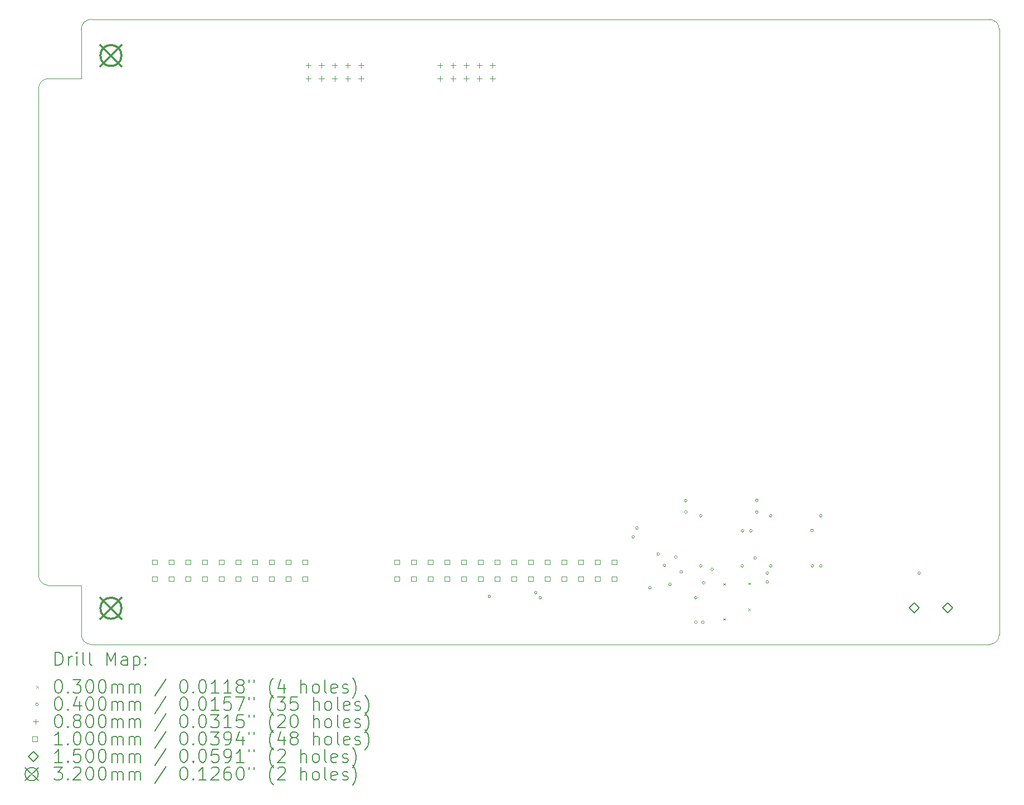
<source format=gbr>
%TF.GenerationSoftware,KiCad,Pcbnew,8.0.7-8.0.7-0~ubuntu22.04.1*%
%TF.CreationDate,2024-12-15T22:19:22+01:00*%
%TF.ProjectId,EEZ DIB 1.2 template,45455a20-4449-4422-9031-2e322074656d,rev?*%
%TF.SameCoordinates,Original*%
%TF.FileFunction,Drillmap*%
%TF.FilePolarity,Positive*%
%FSLAX45Y45*%
G04 Gerber Fmt 4.5, Leading zero omitted, Abs format (unit mm)*
G04 Created by KiCad (PCBNEW 8.0.7-8.0.7-0~ubuntu22.04.1) date 2024-12-15 22:19:22*
%MOMM*%
%LPD*%
G01*
G04 APERTURE LIST*
%ADD10C,0.100000*%
%ADD11C,0.200000*%
%ADD12C,0.150000*%
%ADD13C,0.320000*%
G04 APERTURE END LIST*
D10*
X8200110Y-6650360D02*
X7700110Y-6650360D01*
X22000110Y-5750360D02*
G75*
G02*
X22150110Y-5900360I0J-150000D01*
G01*
X7550110Y-6800360D02*
G75*
G02*
X7700110Y-6650360I150000J0D01*
G01*
X22150110Y-15100360D02*
X22150110Y-5900360D01*
X8200110Y-5900360D02*
G75*
G02*
X8350110Y-5750360I150000J0D01*
G01*
X7550110Y-14200360D02*
X7550110Y-6800360D01*
X8200110Y-6650360D02*
X8200110Y-5900360D01*
X22150110Y-15100360D02*
G75*
G02*
X22000110Y-15250360I-150000J0D01*
G01*
X8200110Y-14350360D02*
X7700110Y-14350360D01*
X8350110Y-15250360D02*
G75*
G02*
X8200110Y-15100360I0J150000D01*
G01*
X8350110Y-5750360D02*
X22000110Y-5750360D01*
X8200110Y-15100360D02*
X8200110Y-14350360D01*
X7700110Y-14350360D02*
G75*
G02*
X7550110Y-14200360I0J150000D01*
G01*
X22000110Y-15250360D02*
X8350110Y-15250360D01*
D11*
D10*
X17955500Y-14316951D02*
X17985500Y-14346951D01*
X17985500Y-14316951D02*
X17955500Y-14346951D01*
X17955500Y-14850350D02*
X17985500Y-14880350D01*
X17985500Y-14850350D02*
X17955500Y-14880350D01*
X18336500Y-14704300D02*
X18366500Y-14734300D01*
X18366500Y-14704300D02*
X18336500Y-14734300D01*
X18336501Y-14310600D02*
X18366501Y-14340600D01*
X18366501Y-14310600D02*
X18336501Y-14340600D01*
X14421760Y-14520110D02*
G75*
G02*
X14381760Y-14520110I-20000J0D01*
G01*
X14381760Y-14520110D02*
G75*
G02*
X14421760Y-14520110I20000J0D01*
G01*
X15126610Y-14462960D02*
G75*
G02*
X15086610Y-14462960I-20000J0D01*
G01*
X15086610Y-14462960D02*
G75*
G02*
X15126610Y-14462960I20000J0D01*
G01*
X15196460Y-14539160D02*
G75*
G02*
X15156460Y-14539160I-20000J0D01*
G01*
X15156460Y-14539160D02*
G75*
G02*
X15196460Y-14539160I20000J0D01*
G01*
X16604890Y-13617140D02*
G75*
G02*
X16564890Y-13617140I-20000J0D01*
G01*
X16564890Y-13617140D02*
G75*
G02*
X16604890Y-13617140I20000J0D01*
G01*
X16663351Y-13481050D02*
G75*
G02*
X16623351Y-13481050I-20000J0D01*
G01*
X16623351Y-13481050D02*
G75*
G02*
X16663351Y-13481050I20000J0D01*
G01*
X16860160Y-14386760D02*
G75*
G02*
X16820160Y-14386760I-20000J0D01*
G01*
X16820160Y-14386760D02*
G75*
G02*
X16860160Y-14386760I20000J0D01*
G01*
X16987160Y-13876220D02*
G75*
G02*
X16947160Y-13876220I-20000J0D01*
G01*
X16947160Y-13876220D02*
G75*
G02*
X16987160Y-13876220I20000J0D01*
G01*
X17082410Y-14048180D02*
G75*
G02*
X17042410Y-14048180I-20000J0D01*
G01*
X17042410Y-14048180D02*
G75*
G02*
X17082410Y-14048180I20000J0D01*
G01*
X17164960Y-14335960D02*
G75*
G02*
X17124960Y-14335960I-20000J0D01*
G01*
X17124960Y-14335960D02*
G75*
G02*
X17164960Y-14335960I20000J0D01*
G01*
X17253860Y-13923210D02*
G75*
G02*
X17213860Y-13923210I-20000J0D01*
G01*
X17213860Y-13923210D02*
G75*
G02*
X17253860Y-13923210I20000J0D01*
G01*
X17336410Y-14148520D02*
G75*
G02*
X17296410Y-14148520I-20000J0D01*
G01*
X17296410Y-14148520D02*
G75*
G02*
X17336410Y-14148520I20000J0D01*
G01*
X17406260Y-13065960D02*
G75*
G02*
X17366260Y-13065960I-20000J0D01*
G01*
X17366260Y-13065960D02*
G75*
G02*
X17406260Y-13065960I20000J0D01*
G01*
X17406260Y-13237410D02*
G75*
G02*
X17366260Y-13237410I-20000J0D01*
G01*
X17366260Y-13237410D02*
G75*
G02*
X17406260Y-13237410I20000J0D01*
G01*
X17558700Y-14539160D02*
G75*
G02*
X17518700Y-14539160I-20000J0D01*
G01*
X17518700Y-14539160D02*
G75*
G02*
X17558700Y-14539160I20000J0D01*
G01*
X17558700Y-14913810D02*
G75*
G02*
X17518700Y-14913810I-20000J0D01*
G01*
X17518700Y-14913810D02*
G75*
G02*
X17558700Y-14913810I20000J0D01*
G01*
X17634860Y-13294560D02*
G75*
G02*
X17594860Y-13294560I-20000J0D01*
G01*
X17594860Y-13294560D02*
G75*
G02*
X17634860Y-13294560I20000J0D01*
G01*
X17634860Y-14056560D02*
G75*
G02*
X17594860Y-14056560I-20000J0D01*
G01*
X17594860Y-14056560D02*
G75*
G02*
X17634860Y-14056560I20000J0D01*
G01*
X17666650Y-14913810D02*
G75*
G02*
X17626650Y-14913810I-20000J0D01*
G01*
X17626650Y-14913810D02*
G75*
G02*
X17666650Y-14913810I20000J0D01*
G01*
X17679350Y-14312900D02*
G75*
G02*
X17639350Y-14312900I-20000J0D01*
G01*
X17639350Y-14312900D02*
G75*
G02*
X17679350Y-14312900I20000J0D01*
G01*
X17806350Y-14109700D02*
G75*
G02*
X17766350Y-14109700I-20000J0D01*
G01*
X17766350Y-14109700D02*
G75*
G02*
X17806350Y-14109700I20000J0D01*
G01*
X18263510Y-14056560D02*
G75*
G02*
X18223510Y-14056560I-20000J0D01*
G01*
X18223510Y-14056560D02*
G75*
G02*
X18263510Y-14056560I20000J0D01*
G01*
X18269860Y-13523160D02*
G75*
G02*
X18229860Y-13523160I-20000J0D01*
G01*
X18229860Y-13523160D02*
G75*
G02*
X18269860Y-13523160I20000J0D01*
G01*
X18396860Y-13523160D02*
G75*
G02*
X18356860Y-13523160I-20000J0D01*
G01*
X18356860Y-13523160D02*
G75*
G02*
X18396860Y-13523160I20000J0D01*
G01*
X18460360Y-13935910D02*
G75*
G02*
X18420360Y-13935910I-20000J0D01*
G01*
X18420360Y-13935910D02*
G75*
G02*
X18460360Y-13935910I20000J0D01*
G01*
X18485760Y-13059610D02*
G75*
G02*
X18445760Y-13059610I-20000J0D01*
G01*
X18445760Y-13059610D02*
G75*
G02*
X18485760Y-13059610I20000J0D01*
G01*
X18485760Y-13237410D02*
G75*
G02*
X18445760Y-13237410I-20000J0D01*
G01*
X18445760Y-13237410D02*
G75*
G02*
X18485760Y-13237410I20000J0D01*
G01*
X18644550Y-14166850D02*
G75*
G02*
X18604550Y-14166850I-20000J0D01*
G01*
X18604550Y-14166850D02*
G75*
G02*
X18644550Y-14166850I20000J0D01*
G01*
X18644550Y-14300200D02*
G75*
G02*
X18604550Y-14300200I-20000J0D01*
G01*
X18604550Y-14300200D02*
G75*
G02*
X18644550Y-14300200I20000J0D01*
G01*
X18695310Y-13294560D02*
G75*
G02*
X18655310Y-13294560I-20000J0D01*
G01*
X18655310Y-13294560D02*
G75*
G02*
X18695310Y-13294560I20000J0D01*
G01*
X18695310Y-14056560D02*
G75*
G02*
X18655310Y-14056560I-20000J0D01*
G01*
X18655310Y-14056560D02*
G75*
G02*
X18695310Y-14056560I20000J0D01*
G01*
X19323960Y-13516810D02*
G75*
G02*
X19283960Y-13516810I-20000J0D01*
G01*
X19283960Y-13516810D02*
G75*
G02*
X19323960Y-13516810I20000J0D01*
G01*
X19330310Y-14056560D02*
G75*
G02*
X19290310Y-14056560I-20000J0D01*
G01*
X19290310Y-14056560D02*
G75*
G02*
X19330310Y-14056560I20000J0D01*
G01*
X19457310Y-13294560D02*
G75*
G02*
X19417310Y-13294560I-20000J0D01*
G01*
X19417310Y-13294560D02*
G75*
G02*
X19457310Y-13294560I20000J0D01*
G01*
X19457310Y-14056560D02*
G75*
G02*
X19417310Y-14056560I-20000J0D01*
G01*
X19417310Y-14056560D02*
G75*
G02*
X19457310Y-14056560I20000J0D01*
G01*
X20953600Y-14166850D02*
G75*
G02*
X20913600Y-14166850I-20000J0D01*
G01*
X20913600Y-14166850D02*
G75*
G02*
X20953600Y-14166850I20000J0D01*
G01*
X11650000Y-6410000D02*
X11650000Y-6490000D01*
X11610000Y-6450000D02*
X11690000Y-6450000D01*
X11650000Y-6610000D02*
X11650000Y-6690000D01*
X11610000Y-6650000D02*
X11690000Y-6650000D01*
X11850000Y-6410000D02*
X11850000Y-6490000D01*
X11810000Y-6450000D02*
X11890000Y-6450000D01*
X11850000Y-6610000D02*
X11850000Y-6690000D01*
X11810000Y-6650000D02*
X11890000Y-6650000D01*
X12050000Y-6410000D02*
X12050000Y-6490000D01*
X12010000Y-6450000D02*
X12090000Y-6450000D01*
X12050000Y-6610000D02*
X12050000Y-6690000D01*
X12010000Y-6650000D02*
X12090000Y-6650000D01*
X12250000Y-6410000D02*
X12250000Y-6490000D01*
X12210000Y-6450000D02*
X12290000Y-6450000D01*
X12250000Y-6610000D02*
X12250000Y-6690000D01*
X12210000Y-6650000D02*
X12290000Y-6650000D01*
X12450000Y-6410000D02*
X12450000Y-6490000D01*
X12410000Y-6450000D02*
X12490000Y-6450000D01*
X12450000Y-6610000D02*
X12450000Y-6690000D01*
X12410000Y-6650000D02*
X12490000Y-6650000D01*
X13650000Y-6410000D02*
X13650000Y-6490000D01*
X13610000Y-6450000D02*
X13690000Y-6450000D01*
X13650000Y-6610000D02*
X13650000Y-6690000D01*
X13610000Y-6650000D02*
X13690000Y-6650000D01*
X13850000Y-6410000D02*
X13850000Y-6490000D01*
X13810000Y-6450000D02*
X13890000Y-6450000D01*
X13850000Y-6610000D02*
X13850000Y-6690000D01*
X13810000Y-6650000D02*
X13890000Y-6650000D01*
X14050000Y-6410000D02*
X14050000Y-6490000D01*
X14010000Y-6450000D02*
X14090000Y-6450000D01*
X14050000Y-6610000D02*
X14050000Y-6690000D01*
X14010000Y-6650000D02*
X14090000Y-6650000D01*
X14250000Y-6410000D02*
X14250000Y-6490000D01*
X14210000Y-6450000D02*
X14290000Y-6450000D01*
X14250000Y-6610000D02*
X14250000Y-6690000D01*
X14210000Y-6650000D02*
X14290000Y-6650000D01*
X14450000Y-6410000D02*
X14450000Y-6490000D01*
X14410000Y-6450000D02*
X14490000Y-6450000D01*
X14450000Y-6610000D02*
X14450000Y-6690000D01*
X14410000Y-6650000D02*
X14490000Y-6650000D01*
X9349356Y-14035356D02*
X9349356Y-13964644D01*
X9278644Y-13964644D01*
X9278644Y-14035356D01*
X9349356Y-14035356D01*
X9349356Y-14289356D02*
X9349356Y-14218644D01*
X9278644Y-14218644D01*
X9278644Y-14289356D01*
X9349356Y-14289356D01*
X9603356Y-14035356D02*
X9603356Y-13964644D01*
X9532644Y-13964644D01*
X9532644Y-14035356D01*
X9603356Y-14035356D01*
X9603356Y-14289356D02*
X9603356Y-14218644D01*
X9532644Y-14218644D01*
X9532644Y-14289356D01*
X9603356Y-14289356D01*
X9857356Y-14035356D02*
X9857356Y-13964644D01*
X9786644Y-13964644D01*
X9786644Y-14035356D01*
X9857356Y-14035356D01*
X9857356Y-14289356D02*
X9857356Y-14218644D01*
X9786644Y-14218644D01*
X9786644Y-14289356D01*
X9857356Y-14289356D01*
X10111356Y-14035356D02*
X10111356Y-13964644D01*
X10040644Y-13964644D01*
X10040644Y-14035356D01*
X10111356Y-14035356D01*
X10111356Y-14289356D02*
X10111356Y-14218644D01*
X10040644Y-14218644D01*
X10040644Y-14289356D01*
X10111356Y-14289356D01*
X10365356Y-14035356D02*
X10365356Y-13964644D01*
X10294644Y-13964644D01*
X10294644Y-14035356D01*
X10365356Y-14035356D01*
X10365356Y-14289356D02*
X10365356Y-14218644D01*
X10294644Y-14218644D01*
X10294644Y-14289356D01*
X10365356Y-14289356D01*
X10619356Y-14035356D02*
X10619356Y-13964644D01*
X10548644Y-13964644D01*
X10548644Y-14035356D01*
X10619356Y-14035356D01*
X10619356Y-14289356D02*
X10619356Y-14218644D01*
X10548644Y-14218644D01*
X10548644Y-14289356D01*
X10619356Y-14289356D01*
X10873356Y-14035356D02*
X10873356Y-13964644D01*
X10802644Y-13964644D01*
X10802644Y-14035356D01*
X10873356Y-14035356D01*
X10873356Y-14289356D02*
X10873356Y-14218644D01*
X10802644Y-14218644D01*
X10802644Y-14289356D01*
X10873356Y-14289356D01*
X11127356Y-14035356D02*
X11127356Y-13964644D01*
X11056644Y-13964644D01*
X11056644Y-14035356D01*
X11127356Y-14035356D01*
X11127356Y-14289356D02*
X11127356Y-14218644D01*
X11056644Y-14218644D01*
X11056644Y-14289356D01*
X11127356Y-14289356D01*
X11381356Y-14035356D02*
X11381356Y-13964644D01*
X11310644Y-13964644D01*
X11310644Y-14035356D01*
X11381356Y-14035356D01*
X11381356Y-14289356D02*
X11381356Y-14218644D01*
X11310644Y-14218644D01*
X11310644Y-14289356D01*
X11381356Y-14289356D01*
X11635356Y-14035356D02*
X11635356Y-13964644D01*
X11564644Y-13964644D01*
X11564644Y-14035356D01*
X11635356Y-14035356D01*
X11635356Y-14289356D02*
X11635356Y-14218644D01*
X11564644Y-14218644D01*
X11564644Y-14289356D01*
X11635356Y-14289356D01*
X13033356Y-14035356D02*
X13033356Y-13964644D01*
X12962644Y-13964644D01*
X12962644Y-14035356D01*
X13033356Y-14035356D01*
X13033356Y-14289356D02*
X13033356Y-14218644D01*
X12962644Y-14218644D01*
X12962644Y-14289356D01*
X13033356Y-14289356D01*
X13287356Y-14035356D02*
X13287356Y-13964644D01*
X13216644Y-13964644D01*
X13216644Y-14035356D01*
X13287356Y-14035356D01*
X13287356Y-14289356D02*
X13287356Y-14218644D01*
X13216644Y-14218644D01*
X13216644Y-14289356D01*
X13287356Y-14289356D01*
X13541356Y-14035356D02*
X13541356Y-13964644D01*
X13470644Y-13964644D01*
X13470644Y-14035356D01*
X13541356Y-14035356D01*
X13541356Y-14289356D02*
X13541356Y-14218644D01*
X13470644Y-14218644D01*
X13470644Y-14289356D01*
X13541356Y-14289356D01*
X13795356Y-14035356D02*
X13795356Y-13964644D01*
X13724644Y-13964644D01*
X13724644Y-14035356D01*
X13795356Y-14035356D01*
X13795356Y-14289356D02*
X13795356Y-14218644D01*
X13724644Y-14218644D01*
X13724644Y-14289356D01*
X13795356Y-14289356D01*
X14049356Y-14035356D02*
X14049356Y-13964644D01*
X13978644Y-13964644D01*
X13978644Y-14035356D01*
X14049356Y-14035356D01*
X14049356Y-14289356D02*
X14049356Y-14218644D01*
X13978644Y-14218644D01*
X13978644Y-14289356D01*
X14049356Y-14289356D01*
X14303356Y-14035356D02*
X14303356Y-13964644D01*
X14232644Y-13964644D01*
X14232644Y-14035356D01*
X14303356Y-14035356D01*
X14303356Y-14289356D02*
X14303356Y-14218644D01*
X14232644Y-14218644D01*
X14232644Y-14289356D01*
X14303356Y-14289356D01*
X14557356Y-14035356D02*
X14557356Y-13964644D01*
X14486644Y-13964644D01*
X14486644Y-14035356D01*
X14557356Y-14035356D01*
X14557356Y-14289356D02*
X14557356Y-14218644D01*
X14486644Y-14218644D01*
X14486644Y-14289356D01*
X14557356Y-14289356D01*
X14811356Y-14035356D02*
X14811356Y-13964644D01*
X14740644Y-13964644D01*
X14740644Y-14035356D01*
X14811356Y-14035356D01*
X14811356Y-14289356D02*
X14811356Y-14218644D01*
X14740644Y-14218644D01*
X14740644Y-14289356D01*
X14811356Y-14289356D01*
X15065356Y-14035356D02*
X15065356Y-13964644D01*
X14994644Y-13964644D01*
X14994644Y-14035356D01*
X15065356Y-14035356D01*
X15065356Y-14289356D02*
X15065356Y-14218644D01*
X14994644Y-14218644D01*
X14994644Y-14289356D01*
X15065356Y-14289356D01*
X15319356Y-14035356D02*
X15319356Y-13964644D01*
X15248644Y-13964644D01*
X15248644Y-14035356D01*
X15319356Y-14035356D01*
X15319356Y-14289356D02*
X15319356Y-14218644D01*
X15248644Y-14218644D01*
X15248644Y-14289356D01*
X15319356Y-14289356D01*
X15573356Y-14035356D02*
X15573356Y-13964644D01*
X15502644Y-13964644D01*
X15502644Y-14035356D01*
X15573356Y-14035356D01*
X15573356Y-14289356D02*
X15573356Y-14218644D01*
X15502644Y-14218644D01*
X15502644Y-14289356D01*
X15573356Y-14289356D01*
X15827356Y-14035356D02*
X15827356Y-13964644D01*
X15756644Y-13964644D01*
X15756644Y-14035356D01*
X15827356Y-14035356D01*
X15827356Y-14289356D02*
X15827356Y-14218644D01*
X15756644Y-14218644D01*
X15756644Y-14289356D01*
X15827356Y-14289356D01*
X16081356Y-14035356D02*
X16081356Y-13964644D01*
X16010644Y-13964644D01*
X16010644Y-14035356D01*
X16081356Y-14035356D01*
X16081356Y-14289356D02*
X16081356Y-14218644D01*
X16010644Y-14218644D01*
X16010644Y-14289356D01*
X16081356Y-14289356D01*
X16335356Y-14035356D02*
X16335356Y-13964644D01*
X16264644Y-13964644D01*
X16264644Y-14035356D01*
X16335356Y-14035356D01*
X16335356Y-14289356D02*
X16335356Y-14218644D01*
X16264644Y-14218644D01*
X16264644Y-14289356D01*
X16335356Y-14289356D01*
D12*
X20859710Y-14766560D02*
X20934710Y-14691560D01*
X20859710Y-14616560D01*
X20784710Y-14691560D01*
X20859710Y-14766560D01*
X21367710Y-14766560D02*
X21442710Y-14691560D01*
X21367710Y-14616560D01*
X21292710Y-14691560D01*
X21367710Y-14766560D01*
D13*
X8490000Y-6140000D02*
X8810000Y-6460000D01*
X8810000Y-6140000D02*
X8490000Y-6460000D01*
X8810000Y-6300000D02*
G75*
G02*
X8490000Y-6300000I-160000J0D01*
G01*
X8490000Y-6300000D02*
G75*
G02*
X8810000Y-6300000I160000J0D01*
G01*
X8490000Y-14540000D02*
X8810000Y-14860000D01*
X8810000Y-14540000D02*
X8490000Y-14860000D01*
X8810000Y-14700000D02*
G75*
G02*
X8490000Y-14700000I-160000J0D01*
G01*
X8490000Y-14700000D02*
G75*
G02*
X8810000Y-14700000I160000J0D01*
G01*
D11*
X7805887Y-15566844D02*
X7805887Y-15366844D01*
X7805887Y-15366844D02*
X7853506Y-15366844D01*
X7853506Y-15366844D02*
X7882077Y-15376368D01*
X7882077Y-15376368D02*
X7901125Y-15395415D01*
X7901125Y-15395415D02*
X7910649Y-15414463D01*
X7910649Y-15414463D02*
X7920172Y-15452558D01*
X7920172Y-15452558D02*
X7920172Y-15481129D01*
X7920172Y-15481129D02*
X7910649Y-15519225D01*
X7910649Y-15519225D02*
X7901125Y-15538272D01*
X7901125Y-15538272D02*
X7882077Y-15557320D01*
X7882077Y-15557320D02*
X7853506Y-15566844D01*
X7853506Y-15566844D02*
X7805887Y-15566844D01*
X8005887Y-15566844D02*
X8005887Y-15433510D01*
X8005887Y-15471606D02*
X8015411Y-15452558D01*
X8015411Y-15452558D02*
X8024934Y-15443034D01*
X8024934Y-15443034D02*
X8043982Y-15433510D01*
X8043982Y-15433510D02*
X8063030Y-15433510D01*
X8129696Y-15566844D02*
X8129696Y-15433510D01*
X8129696Y-15366844D02*
X8120172Y-15376368D01*
X8120172Y-15376368D02*
X8129696Y-15385891D01*
X8129696Y-15385891D02*
X8139220Y-15376368D01*
X8139220Y-15376368D02*
X8129696Y-15366844D01*
X8129696Y-15366844D02*
X8129696Y-15385891D01*
X8253506Y-15566844D02*
X8234458Y-15557320D01*
X8234458Y-15557320D02*
X8224934Y-15538272D01*
X8224934Y-15538272D02*
X8224934Y-15366844D01*
X8358268Y-15566844D02*
X8339220Y-15557320D01*
X8339220Y-15557320D02*
X8329696Y-15538272D01*
X8329696Y-15538272D02*
X8329696Y-15366844D01*
X8586839Y-15566844D02*
X8586839Y-15366844D01*
X8586839Y-15366844D02*
X8653506Y-15509701D01*
X8653506Y-15509701D02*
X8720173Y-15366844D01*
X8720173Y-15366844D02*
X8720173Y-15566844D01*
X8901125Y-15566844D02*
X8901125Y-15462082D01*
X8901125Y-15462082D02*
X8891601Y-15443034D01*
X8891601Y-15443034D02*
X8872554Y-15433510D01*
X8872554Y-15433510D02*
X8834458Y-15433510D01*
X8834458Y-15433510D02*
X8815411Y-15443034D01*
X8901125Y-15557320D02*
X8882077Y-15566844D01*
X8882077Y-15566844D02*
X8834458Y-15566844D01*
X8834458Y-15566844D02*
X8815411Y-15557320D01*
X8815411Y-15557320D02*
X8805887Y-15538272D01*
X8805887Y-15538272D02*
X8805887Y-15519225D01*
X8805887Y-15519225D02*
X8815411Y-15500177D01*
X8815411Y-15500177D02*
X8834458Y-15490653D01*
X8834458Y-15490653D02*
X8882077Y-15490653D01*
X8882077Y-15490653D02*
X8901125Y-15481129D01*
X8996363Y-15433510D02*
X8996363Y-15633510D01*
X8996363Y-15443034D02*
X9015411Y-15433510D01*
X9015411Y-15433510D02*
X9053506Y-15433510D01*
X9053506Y-15433510D02*
X9072554Y-15443034D01*
X9072554Y-15443034D02*
X9082077Y-15452558D01*
X9082077Y-15452558D02*
X9091601Y-15471606D01*
X9091601Y-15471606D02*
X9091601Y-15528748D01*
X9091601Y-15528748D02*
X9082077Y-15547796D01*
X9082077Y-15547796D02*
X9072554Y-15557320D01*
X9072554Y-15557320D02*
X9053506Y-15566844D01*
X9053506Y-15566844D02*
X9015411Y-15566844D01*
X9015411Y-15566844D02*
X8996363Y-15557320D01*
X9177315Y-15547796D02*
X9186839Y-15557320D01*
X9186839Y-15557320D02*
X9177315Y-15566844D01*
X9177315Y-15566844D02*
X9167792Y-15557320D01*
X9167792Y-15557320D02*
X9177315Y-15547796D01*
X9177315Y-15547796D02*
X9177315Y-15566844D01*
X9177315Y-15443034D02*
X9186839Y-15452558D01*
X9186839Y-15452558D02*
X9177315Y-15462082D01*
X9177315Y-15462082D02*
X9167792Y-15452558D01*
X9167792Y-15452558D02*
X9177315Y-15443034D01*
X9177315Y-15443034D02*
X9177315Y-15462082D01*
D10*
X7515110Y-15880360D02*
X7545110Y-15910360D01*
X7545110Y-15880360D02*
X7515110Y-15910360D01*
D11*
X7843982Y-15786844D02*
X7863030Y-15786844D01*
X7863030Y-15786844D02*
X7882077Y-15796368D01*
X7882077Y-15796368D02*
X7891601Y-15805891D01*
X7891601Y-15805891D02*
X7901125Y-15824939D01*
X7901125Y-15824939D02*
X7910649Y-15863034D01*
X7910649Y-15863034D02*
X7910649Y-15910653D01*
X7910649Y-15910653D02*
X7901125Y-15948748D01*
X7901125Y-15948748D02*
X7891601Y-15967796D01*
X7891601Y-15967796D02*
X7882077Y-15977320D01*
X7882077Y-15977320D02*
X7863030Y-15986844D01*
X7863030Y-15986844D02*
X7843982Y-15986844D01*
X7843982Y-15986844D02*
X7824934Y-15977320D01*
X7824934Y-15977320D02*
X7815411Y-15967796D01*
X7815411Y-15967796D02*
X7805887Y-15948748D01*
X7805887Y-15948748D02*
X7796363Y-15910653D01*
X7796363Y-15910653D02*
X7796363Y-15863034D01*
X7796363Y-15863034D02*
X7805887Y-15824939D01*
X7805887Y-15824939D02*
X7815411Y-15805891D01*
X7815411Y-15805891D02*
X7824934Y-15796368D01*
X7824934Y-15796368D02*
X7843982Y-15786844D01*
X7996363Y-15967796D02*
X8005887Y-15977320D01*
X8005887Y-15977320D02*
X7996363Y-15986844D01*
X7996363Y-15986844D02*
X7986839Y-15977320D01*
X7986839Y-15977320D02*
X7996363Y-15967796D01*
X7996363Y-15967796D02*
X7996363Y-15986844D01*
X8072553Y-15786844D02*
X8196363Y-15786844D01*
X8196363Y-15786844D02*
X8129696Y-15863034D01*
X8129696Y-15863034D02*
X8158268Y-15863034D01*
X8158268Y-15863034D02*
X8177315Y-15872558D01*
X8177315Y-15872558D02*
X8186839Y-15882082D01*
X8186839Y-15882082D02*
X8196363Y-15901129D01*
X8196363Y-15901129D02*
X8196363Y-15948748D01*
X8196363Y-15948748D02*
X8186839Y-15967796D01*
X8186839Y-15967796D02*
X8177315Y-15977320D01*
X8177315Y-15977320D02*
X8158268Y-15986844D01*
X8158268Y-15986844D02*
X8101125Y-15986844D01*
X8101125Y-15986844D02*
X8082077Y-15977320D01*
X8082077Y-15977320D02*
X8072553Y-15967796D01*
X8320172Y-15786844D02*
X8339220Y-15786844D01*
X8339220Y-15786844D02*
X8358268Y-15796368D01*
X8358268Y-15796368D02*
X8367792Y-15805891D01*
X8367792Y-15805891D02*
X8377315Y-15824939D01*
X8377315Y-15824939D02*
X8386839Y-15863034D01*
X8386839Y-15863034D02*
X8386839Y-15910653D01*
X8386839Y-15910653D02*
X8377315Y-15948748D01*
X8377315Y-15948748D02*
X8367792Y-15967796D01*
X8367792Y-15967796D02*
X8358268Y-15977320D01*
X8358268Y-15977320D02*
X8339220Y-15986844D01*
X8339220Y-15986844D02*
X8320172Y-15986844D01*
X8320172Y-15986844D02*
X8301125Y-15977320D01*
X8301125Y-15977320D02*
X8291601Y-15967796D01*
X8291601Y-15967796D02*
X8282077Y-15948748D01*
X8282077Y-15948748D02*
X8272553Y-15910653D01*
X8272553Y-15910653D02*
X8272553Y-15863034D01*
X8272553Y-15863034D02*
X8282077Y-15824939D01*
X8282077Y-15824939D02*
X8291601Y-15805891D01*
X8291601Y-15805891D02*
X8301125Y-15796368D01*
X8301125Y-15796368D02*
X8320172Y-15786844D01*
X8510649Y-15786844D02*
X8529696Y-15786844D01*
X8529696Y-15786844D02*
X8548744Y-15796368D01*
X8548744Y-15796368D02*
X8558268Y-15805891D01*
X8558268Y-15805891D02*
X8567792Y-15824939D01*
X8567792Y-15824939D02*
X8577315Y-15863034D01*
X8577315Y-15863034D02*
X8577315Y-15910653D01*
X8577315Y-15910653D02*
X8567792Y-15948748D01*
X8567792Y-15948748D02*
X8558268Y-15967796D01*
X8558268Y-15967796D02*
X8548744Y-15977320D01*
X8548744Y-15977320D02*
X8529696Y-15986844D01*
X8529696Y-15986844D02*
X8510649Y-15986844D01*
X8510649Y-15986844D02*
X8491601Y-15977320D01*
X8491601Y-15977320D02*
X8482077Y-15967796D01*
X8482077Y-15967796D02*
X8472554Y-15948748D01*
X8472554Y-15948748D02*
X8463030Y-15910653D01*
X8463030Y-15910653D02*
X8463030Y-15863034D01*
X8463030Y-15863034D02*
X8472554Y-15824939D01*
X8472554Y-15824939D02*
X8482077Y-15805891D01*
X8482077Y-15805891D02*
X8491601Y-15796368D01*
X8491601Y-15796368D02*
X8510649Y-15786844D01*
X8663030Y-15986844D02*
X8663030Y-15853510D01*
X8663030Y-15872558D02*
X8672554Y-15863034D01*
X8672554Y-15863034D02*
X8691601Y-15853510D01*
X8691601Y-15853510D02*
X8720173Y-15853510D01*
X8720173Y-15853510D02*
X8739220Y-15863034D01*
X8739220Y-15863034D02*
X8748744Y-15882082D01*
X8748744Y-15882082D02*
X8748744Y-15986844D01*
X8748744Y-15882082D02*
X8758268Y-15863034D01*
X8758268Y-15863034D02*
X8777315Y-15853510D01*
X8777315Y-15853510D02*
X8805887Y-15853510D01*
X8805887Y-15853510D02*
X8824935Y-15863034D01*
X8824935Y-15863034D02*
X8834458Y-15882082D01*
X8834458Y-15882082D02*
X8834458Y-15986844D01*
X8929696Y-15986844D02*
X8929696Y-15853510D01*
X8929696Y-15872558D02*
X8939220Y-15863034D01*
X8939220Y-15863034D02*
X8958268Y-15853510D01*
X8958268Y-15853510D02*
X8986839Y-15853510D01*
X8986839Y-15853510D02*
X9005887Y-15863034D01*
X9005887Y-15863034D02*
X9015411Y-15882082D01*
X9015411Y-15882082D02*
X9015411Y-15986844D01*
X9015411Y-15882082D02*
X9024935Y-15863034D01*
X9024935Y-15863034D02*
X9043982Y-15853510D01*
X9043982Y-15853510D02*
X9072554Y-15853510D01*
X9072554Y-15853510D02*
X9091601Y-15863034D01*
X9091601Y-15863034D02*
X9101125Y-15882082D01*
X9101125Y-15882082D02*
X9101125Y-15986844D01*
X9491601Y-15777320D02*
X9320173Y-16034463D01*
X9748744Y-15786844D02*
X9767792Y-15786844D01*
X9767792Y-15786844D02*
X9786839Y-15796368D01*
X9786839Y-15796368D02*
X9796363Y-15805891D01*
X9796363Y-15805891D02*
X9805887Y-15824939D01*
X9805887Y-15824939D02*
X9815411Y-15863034D01*
X9815411Y-15863034D02*
X9815411Y-15910653D01*
X9815411Y-15910653D02*
X9805887Y-15948748D01*
X9805887Y-15948748D02*
X9796363Y-15967796D01*
X9796363Y-15967796D02*
X9786839Y-15977320D01*
X9786839Y-15977320D02*
X9767792Y-15986844D01*
X9767792Y-15986844D02*
X9748744Y-15986844D01*
X9748744Y-15986844D02*
X9729697Y-15977320D01*
X9729697Y-15977320D02*
X9720173Y-15967796D01*
X9720173Y-15967796D02*
X9710649Y-15948748D01*
X9710649Y-15948748D02*
X9701125Y-15910653D01*
X9701125Y-15910653D02*
X9701125Y-15863034D01*
X9701125Y-15863034D02*
X9710649Y-15824939D01*
X9710649Y-15824939D02*
X9720173Y-15805891D01*
X9720173Y-15805891D02*
X9729697Y-15796368D01*
X9729697Y-15796368D02*
X9748744Y-15786844D01*
X9901125Y-15967796D02*
X9910649Y-15977320D01*
X9910649Y-15977320D02*
X9901125Y-15986844D01*
X9901125Y-15986844D02*
X9891601Y-15977320D01*
X9891601Y-15977320D02*
X9901125Y-15967796D01*
X9901125Y-15967796D02*
X9901125Y-15986844D01*
X10034458Y-15786844D02*
X10053506Y-15786844D01*
X10053506Y-15786844D02*
X10072554Y-15796368D01*
X10072554Y-15796368D02*
X10082078Y-15805891D01*
X10082078Y-15805891D02*
X10091601Y-15824939D01*
X10091601Y-15824939D02*
X10101125Y-15863034D01*
X10101125Y-15863034D02*
X10101125Y-15910653D01*
X10101125Y-15910653D02*
X10091601Y-15948748D01*
X10091601Y-15948748D02*
X10082078Y-15967796D01*
X10082078Y-15967796D02*
X10072554Y-15977320D01*
X10072554Y-15977320D02*
X10053506Y-15986844D01*
X10053506Y-15986844D02*
X10034458Y-15986844D01*
X10034458Y-15986844D02*
X10015411Y-15977320D01*
X10015411Y-15977320D02*
X10005887Y-15967796D01*
X10005887Y-15967796D02*
X9996363Y-15948748D01*
X9996363Y-15948748D02*
X9986839Y-15910653D01*
X9986839Y-15910653D02*
X9986839Y-15863034D01*
X9986839Y-15863034D02*
X9996363Y-15824939D01*
X9996363Y-15824939D02*
X10005887Y-15805891D01*
X10005887Y-15805891D02*
X10015411Y-15796368D01*
X10015411Y-15796368D02*
X10034458Y-15786844D01*
X10291601Y-15986844D02*
X10177316Y-15986844D01*
X10234458Y-15986844D02*
X10234458Y-15786844D01*
X10234458Y-15786844D02*
X10215411Y-15815415D01*
X10215411Y-15815415D02*
X10196363Y-15834463D01*
X10196363Y-15834463D02*
X10177316Y-15843987D01*
X10482078Y-15986844D02*
X10367792Y-15986844D01*
X10424935Y-15986844D02*
X10424935Y-15786844D01*
X10424935Y-15786844D02*
X10405887Y-15815415D01*
X10405887Y-15815415D02*
X10386839Y-15834463D01*
X10386839Y-15834463D02*
X10367792Y-15843987D01*
X10596363Y-15872558D02*
X10577316Y-15863034D01*
X10577316Y-15863034D02*
X10567792Y-15853510D01*
X10567792Y-15853510D02*
X10558268Y-15834463D01*
X10558268Y-15834463D02*
X10558268Y-15824939D01*
X10558268Y-15824939D02*
X10567792Y-15805891D01*
X10567792Y-15805891D02*
X10577316Y-15796368D01*
X10577316Y-15796368D02*
X10596363Y-15786844D01*
X10596363Y-15786844D02*
X10634459Y-15786844D01*
X10634459Y-15786844D02*
X10653506Y-15796368D01*
X10653506Y-15796368D02*
X10663030Y-15805891D01*
X10663030Y-15805891D02*
X10672554Y-15824939D01*
X10672554Y-15824939D02*
X10672554Y-15834463D01*
X10672554Y-15834463D02*
X10663030Y-15853510D01*
X10663030Y-15853510D02*
X10653506Y-15863034D01*
X10653506Y-15863034D02*
X10634459Y-15872558D01*
X10634459Y-15872558D02*
X10596363Y-15872558D01*
X10596363Y-15872558D02*
X10577316Y-15882082D01*
X10577316Y-15882082D02*
X10567792Y-15891606D01*
X10567792Y-15891606D02*
X10558268Y-15910653D01*
X10558268Y-15910653D02*
X10558268Y-15948748D01*
X10558268Y-15948748D02*
X10567792Y-15967796D01*
X10567792Y-15967796D02*
X10577316Y-15977320D01*
X10577316Y-15977320D02*
X10596363Y-15986844D01*
X10596363Y-15986844D02*
X10634459Y-15986844D01*
X10634459Y-15986844D02*
X10653506Y-15977320D01*
X10653506Y-15977320D02*
X10663030Y-15967796D01*
X10663030Y-15967796D02*
X10672554Y-15948748D01*
X10672554Y-15948748D02*
X10672554Y-15910653D01*
X10672554Y-15910653D02*
X10663030Y-15891606D01*
X10663030Y-15891606D02*
X10653506Y-15882082D01*
X10653506Y-15882082D02*
X10634459Y-15872558D01*
X10748744Y-15786844D02*
X10748744Y-15824939D01*
X10824935Y-15786844D02*
X10824935Y-15824939D01*
X11120173Y-16063034D02*
X11110649Y-16053510D01*
X11110649Y-16053510D02*
X11091601Y-16024939D01*
X11091601Y-16024939D02*
X11082078Y-16005891D01*
X11082078Y-16005891D02*
X11072554Y-15977320D01*
X11072554Y-15977320D02*
X11063030Y-15929701D01*
X11063030Y-15929701D02*
X11063030Y-15891606D01*
X11063030Y-15891606D02*
X11072554Y-15843987D01*
X11072554Y-15843987D02*
X11082078Y-15815415D01*
X11082078Y-15815415D02*
X11091601Y-15796368D01*
X11091601Y-15796368D02*
X11110649Y-15767796D01*
X11110649Y-15767796D02*
X11120173Y-15758272D01*
X11282078Y-15853510D02*
X11282078Y-15986844D01*
X11234458Y-15777320D02*
X11186839Y-15920177D01*
X11186839Y-15920177D02*
X11310649Y-15920177D01*
X11539220Y-15986844D02*
X11539220Y-15786844D01*
X11624935Y-15986844D02*
X11624935Y-15882082D01*
X11624935Y-15882082D02*
X11615411Y-15863034D01*
X11615411Y-15863034D02*
X11596363Y-15853510D01*
X11596363Y-15853510D02*
X11567792Y-15853510D01*
X11567792Y-15853510D02*
X11548744Y-15863034D01*
X11548744Y-15863034D02*
X11539220Y-15872558D01*
X11748744Y-15986844D02*
X11729697Y-15977320D01*
X11729697Y-15977320D02*
X11720173Y-15967796D01*
X11720173Y-15967796D02*
X11710649Y-15948748D01*
X11710649Y-15948748D02*
X11710649Y-15891606D01*
X11710649Y-15891606D02*
X11720173Y-15872558D01*
X11720173Y-15872558D02*
X11729697Y-15863034D01*
X11729697Y-15863034D02*
X11748744Y-15853510D01*
X11748744Y-15853510D02*
X11777316Y-15853510D01*
X11777316Y-15853510D02*
X11796363Y-15863034D01*
X11796363Y-15863034D02*
X11805887Y-15872558D01*
X11805887Y-15872558D02*
X11815411Y-15891606D01*
X11815411Y-15891606D02*
X11815411Y-15948748D01*
X11815411Y-15948748D02*
X11805887Y-15967796D01*
X11805887Y-15967796D02*
X11796363Y-15977320D01*
X11796363Y-15977320D02*
X11777316Y-15986844D01*
X11777316Y-15986844D02*
X11748744Y-15986844D01*
X11929697Y-15986844D02*
X11910649Y-15977320D01*
X11910649Y-15977320D02*
X11901125Y-15958272D01*
X11901125Y-15958272D02*
X11901125Y-15786844D01*
X12082078Y-15977320D02*
X12063030Y-15986844D01*
X12063030Y-15986844D02*
X12024935Y-15986844D01*
X12024935Y-15986844D02*
X12005887Y-15977320D01*
X12005887Y-15977320D02*
X11996363Y-15958272D01*
X11996363Y-15958272D02*
X11996363Y-15882082D01*
X11996363Y-15882082D02*
X12005887Y-15863034D01*
X12005887Y-15863034D02*
X12024935Y-15853510D01*
X12024935Y-15853510D02*
X12063030Y-15853510D01*
X12063030Y-15853510D02*
X12082078Y-15863034D01*
X12082078Y-15863034D02*
X12091601Y-15882082D01*
X12091601Y-15882082D02*
X12091601Y-15901129D01*
X12091601Y-15901129D02*
X11996363Y-15920177D01*
X12167792Y-15977320D02*
X12186840Y-15986844D01*
X12186840Y-15986844D02*
X12224935Y-15986844D01*
X12224935Y-15986844D02*
X12243982Y-15977320D01*
X12243982Y-15977320D02*
X12253506Y-15958272D01*
X12253506Y-15958272D02*
X12253506Y-15948748D01*
X12253506Y-15948748D02*
X12243982Y-15929701D01*
X12243982Y-15929701D02*
X12224935Y-15920177D01*
X12224935Y-15920177D02*
X12196363Y-15920177D01*
X12196363Y-15920177D02*
X12177316Y-15910653D01*
X12177316Y-15910653D02*
X12167792Y-15891606D01*
X12167792Y-15891606D02*
X12167792Y-15882082D01*
X12167792Y-15882082D02*
X12177316Y-15863034D01*
X12177316Y-15863034D02*
X12196363Y-15853510D01*
X12196363Y-15853510D02*
X12224935Y-15853510D01*
X12224935Y-15853510D02*
X12243982Y-15863034D01*
X12320173Y-16063034D02*
X12329697Y-16053510D01*
X12329697Y-16053510D02*
X12348744Y-16024939D01*
X12348744Y-16024939D02*
X12358268Y-16005891D01*
X12358268Y-16005891D02*
X12367792Y-15977320D01*
X12367792Y-15977320D02*
X12377316Y-15929701D01*
X12377316Y-15929701D02*
X12377316Y-15891606D01*
X12377316Y-15891606D02*
X12367792Y-15843987D01*
X12367792Y-15843987D02*
X12358268Y-15815415D01*
X12358268Y-15815415D02*
X12348744Y-15796368D01*
X12348744Y-15796368D02*
X12329697Y-15767796D01*
X12329697Y-15767796D02*
X12320173Y-15758272D01*
D10*
X7545110Y-16159360D02*
G75*
G02*
X7505110Y-16159360I-20000J0D01*
G01*
X7505110Y-16159360D02*
G75*
G02*
X7545110Y-16159360I20000J0D01*
G01*
D11*
X7843982Y-16050844D02*
X7863030Y-16050844D01*
X7863030Y-16050844D02*
X7882077Y-16060368D01*
X7882077Y-16060368D02*
X7891601Y-16069891D01*
X7891601Y-16069891D02*
X7901125Y-16088939D01*
X7901125Y-16088939D02*
X7910649Y-16127034D01*
X7910649Y-16127034D02*
X7910649Y-16174653D01*
X7910649Y-16174653D02*
X7901125Y-16212748D01*
X7901125Y-16212748D02*
X7891601Y-16231796D01*
X7891601Y-16231796D02*
X7882077Y-16241320D01*
X7882077Y-16241320D02*
X7863030Y-16250844D01*
X7863030Y-16250844D02*
X7843982Y-16250844D01*
X7843982Y-16250844D02*
X7824934Y-16241320D01*
X7824934Y-16241320D02*
X7815411Y-16231796D01*
X7815411Y-16231796D02*
X7805887Y-16212748D01*
X7805887Y-16212748D02*
X7796363Y-16174653D01*
X7796363Y-16174653D02*
X7796363Y-16127034D01*
X7796363Y-16127034D02*
X7805887Y-16088939D01*
X7805887Y-16088939D02*
X7815411Y-16069891D01*
X7815411Y-16069891D02*
X7824934Y-16060368D01*
X7824934Y-16060368D02*
X7843982Y-16050844D01*
X7996363Y-16231796D02*
X8005887Y-16241320D01*
X8005887Y-16241320D02*
X7996363Y-16250844D01*
X7996363Y-16250844D02*
X7986839Y-16241320D01*
X7986839Y-16241320D02*
X7996363Y-16231796D01*
X7996363Y-16231796D02*
X7996363Y-16250844D01*
X8177315Y-16117510D02*
X8177315Y-16250844D01*
X8129696Y-16041320D02*
X8082077Y-16184177D01*
X8082077Y-16184177D02*
X8205887Y-16184177D01*
X8320172Y-16050844D02*
X8339220Y-16050844D01*
X8339220Y-16050844D02*
X8358268Y-16060368D01*
X8358268Y-16060368D02*
X8367792Y-16069891D01*
X8367792Y-16069891D02*
X8377315Y-16088939D01*
X8377315Y-16088939D02*
X8386839Y-16127034D01*
X8386839Y-16127034D02*
X8386839Y-16174653D01*
X8386839Y-16174653D02*
X8377315Y-16212748D01*
X8377315Y-16212748D02*
X8367792Y-16231796D01*
X8367792Y-16231796D02*
X8358268Y-16241320D01*
X8358268Y-16241320D02*
X8339220Y-16250844D01*
X8339220Y-16250844D02*
X8320172Y-16250844D01*
X8320172Y-16250844D02*
X8301125Y-16241320D01*
X8301125Y-16241320D02*
X8291601Y-16231796D01*
X8291601Y-16231796D02*
X8282077Y-16212748D01*
X8282077Y-16212748D02*
X8272553Y-16174653D01*
X8272553Y-16174653D02*
X8272553Y-16127034D01*
X8272553Y-16127034D02*
X8282077Y-16088939D01*
X8282077Y-16088939D02*
X8291601Y-16069891D01*
X8291601Y-16069891D02*
X8301125Y-16060368D01*
X8301125Y-16060368D02*
X8320172Y-16050844D01*
X8510649Y-16050844D02*
X8529696Y-16050844D01*
X8529696Y-16050844D02*
X8548744Y-16060368D01*
X8548744Y-16060368D02*
X8558268Y-16069891D01*
X8558268Y-16069891D02*
X8567792Y-16088939D01*
X8567792Y-16088939D02*
X8577315Y-16127034D01*
X8577315Y-16127034D02*
X8577315Y-16174653D01*
X8577315Y-16174653D02*
X8567792Y-16212748D01*
X8567792Y-16212748D02*
X8558268Y-16231796D01*
X8558268Y-16231796D02*
X8548744Y-16241320D01*
X8548744Y-16241320D02*
X8529696Y-16250844D01*
X8529696Y-16250844D02*
X8510649Y-16250844D01*
X8510649Y-16250844D02*
X8491601Y-16241320D01*
X8491601Y-16241320D02*
X8482077Y-16231796D01*
X8482077Y-16231796D02*
X8472554Y-16212748D01*
X8472554Y-16212748D02*
X8463030Y-16174653D01*
X8463030Y-16174653D02*
X8463030Y-16127034D01*
X8463030Y-16127034D02*
X8472554Y-16088939D01*
X8472554Y-16088939D02*
X8482077Y-16069891D01*
X8482077Y-16069891D02*
X8491601Y-16060368D01*
X8491601Y-16060368D02*
X8510649Y-16050844D01*
X8663030Y-16250844D02*
X8663030Y-16117510D01*
X8663030Y-16136558D02*
X8672554Y-16127034D01*
X8672554Y-16127034D02*
X8691601Y-16117510D01*
X8691601Y-16117510D02*
X8720173Y-16117510D01*
X8720173Y-16117510D02*
X8739220Y-16127034D01*
X8739220Y-16127034D02*
X8748744Y-16146082D01*
X8748744Y-16146082D02*
X8748744Y-16250844D01*
X8748744Y-16146082D02*
X8758268Y-16127034D01*
X8758268Y-16127034D02*
X8777315Y-16117510D01*
X8777315Y-16117510D02*
X8805887Y-16117510D01*
X8805887Y-16117510D02*
X8824935Y-16127034D01*
X8824935Y-16127034D02*
X8834458Y-16146082D01*
X8834458Y-16146082D02*
X8834458Y-16250844D01*
X8929696Y-16250844D02*
X8929696Y-16117510D01*
X8929696Y-16136558D02*
X8939220Y-16127034D01*
X8939220Y-16127034D02*
X8958268Y-16117510D01*
X8958268Y-16117510D02*
X8986839Y-16117510D01*
X8986839Y-16117510D02*
X9005887Y-16127034D01*
X9005887Y-16127034D02*
X9015411Y-16146082D01*
X9015411Y-16146082D02*
X9015411Y-16250844D01*
X9015411Y-16146082D02*
X9024935Y-16127034D01*
X9024935Y-16127034D02*
X9043982Y-16117510D01*
X9043982Y-16117510D02*
X9072554Y-16117510D01*
X9072554Y-16117510D02*
X9091601Y-16127034D01*
X9091601Y-16127034D02*
X9101125Y-16146082D01*
X9101125Y-16146082D02*
X9101125Y-16250844D01*
X9491601Y-16041320D02*
X9320173Y-16298463D01*
X9748744Y-16050844D02*
X9767792Y-16050844D01*
X9767792Y-16050844D02*
X9786839Y-16060368D01*
X9786839Y-16060368D02*
X9796363Y-16069891D01*
X9796363Y-16069891D02*
X9805887Y-16088939D01*
X9805887Y-16088939D02*
X9815411Y-16127034D01*
X9815411Y-16127034D02*
X9815411Y-16174653D01*
X9815411Y-16174653D02*
X9805887Y-16212748D01*
X9805887Y-16212748D02*
X9796363Y-16231796D01*
X9796363Y-16231796D02*
X9786839Y-16241320D01*
X9786839Y-16241320D02*
X9767792Y-16250844D01*
X9767792Y-16250844D02*
X9748744Y-16250844D01*
X9748744Y-16250844D02*
X9729697Y-16241320D01*
X9729697Y-16241320D02*
X9720173Y-16231796D01*
X9720173Y-16231796D02*
X9710649Y-16212748D01*
X9710649Y-16212748D02*
X9701125Y-16174653D01*
X9701125Y-16174653D02*
X9701125Y-16127034D01*
X9701125Y-16127034D02*
X9710649Y-16088939D01*
X9710649Y-16088939D02*
X9720173Y-16069891D01*
X9720173Y-16069891D02*
X9729697Y-16060368D01*
X9729697Y-16060368D02*
X9748744Y-16050844D01*
X9901125Y-16231796D02*
X9910649Y-16241320D01*
X9910649Y-16241320D02*
X9901125Y-16250844D01*
X9901125Y-16250844D02*
X9891601Y-16241320D01*
X9891601Y-16241320D02*
X9901125Y-16231796D01*
X9901125Y-16231796D02*
X9901125Y-16250844D01*
X10034458Y-16050844D02*
X10053506Y-16050844D01*
X10053506Y-16050844D02*
X10072554Y-16060368D01*
X10072554Y-16060368D02*
X10082078Y-16069891D01*
X10082078Y-16069891D02*
X10091601Y-16088939D01*
X10091601Y-16088939D02*
X10101125Y-16127034D01*
X10101125Y-16127034D02*
X10101125Y-16174653D01*
X10101125Y-16174653D02*
X10091601Y-16212748D01*
X10091601Y-16212748D02*
X10082078Y-16231796D01*
X10082078Y-16231796D02*
X10072554Y-16241320D01*
X10072554Y-16241320D02*
X10053506Y-16250844D01*
X10053506Y-16250844D02*
X10034458Y-16250844D01*
X10034458Y-16250844D02*
X10015411Y-16241320D01*
X10015411Y-16241320D02*
X10005887Y-16231796D01*
X10005887Y-16231796D02*
X9996363Y-16212748D01*
X9996363Y-16212748D02*
X9986839Y-16174653D01*
X9986839Y-16174653D02*
X9986839Y-16127034D01*
X9986839Y-16127034D02*
X9996363Y-16088939D01*
X9996363Y-16088939D02*
X10005887Y-16069891D01*
X10005887Y-16069891D02*
X10015411Y-16060368D01*
X10015411Y-16060368D02*
X10034458Y-16050844D01*
X10291601Y-16250844D02*
X10177316Y-16250844D01*
X10234458Y-16250844D02*
X10234458Y-16050844D01*
X10234458Y-16050844D02*
X10215411Y-16079415D01*
X10215411Y-16079415D02*
X10196363Y-16098463D01*
X10196363Y-16098463D02*
X10177316Y-16107987D01*
X10472554Y-16050844D02*
X10377316Y-16050844D01*
X10377316Y-16050844D02*
X10367792Y-16146082D01*
X10367792Y-16146082D02*
X10377316Y-16136558D01*
X10377316Y-16136558D02*
X10396363Y-16127034D01*
X10396363Y-16127034D02*
X10443982Y-16127034D01*
X10443982Y-16127034D02*
X10463030Y-16136558D01*
X10463030Y-16136558D02*
X10472554Y-16146082D01*
X10472554Y-16146082D02*
X10482078Y-16165129D01*
X10482078Y-16165129D02*
X10482078Y-16212748D01*
X10482078Y-16212748D02*
X10472554Y-16231796D01*
X10472554Y-16231796D02*
X10463030Y-16241320D01*
X10463030Y-16241320D02*
X10443982Y-16250844D01*
X10443982Y-16250844D02*
X10396363Y-16250844D01*
X10396363Y-16250844D02*
X10377316Y-16241320D01*
X10377316Y-16241320D02*
X10367792Y-16231796D01*
X10548744Y-16050844D02*
X10682078Y-16050844D01*
X10682078Y-16050844D02*
X10596363Y-16250844D01*
X10748744Y-16050844D02*
X10748744Y-16088939D01*
X10824935Y-16050844D02*
X10824935Y-16088939D01*
X11120173Y-16327034D02*
X11110649Y-16317510D01*
X11110649Y-16317510D02*
X11091601Y-16288939D01*
X11091601Y-16288939D02*
X11082078Y-16269891D01*
X11082078Y-16269891D02*
X11072554Y-16241320D01*
X11072554Y-16241320D02*
X11063030Y-16193701D01*
X11063030Y-16193701D02*
X11063030Y-16155606D01*
X11063030Y-16155606D02*
X11072554Y-16107987D01*
X11072554Y-16107987D02*
X11082078Y-16079415D01*
X11082078Y-16079415D02*
X11091601Y-16060368D01*
X11091601Y-16060368D02*
X11110649Y-16031796D01*
X11110649Y-16031796D02*
X11120173Y-16022272D01*
X11177316Y-16050844D02*
X11301125Y-16050844D01*
X11301125Y-16050844D02*
X11234458Y-16127034D01*
X11234458Y-16127034D02*
X11263030Y-16127034D01*
X11263030Y-16127034D02*
X11282078Y-16136558D01*
X11282078Y-16136558D02*
X11291601Y-16146082D01*
X11291601Y-16146082D02*
X11301125Y-16165129D01*
X11301125Y-16165129D02*
X11301125Y-16212748D01*
X11301125Y-16212748D02*
X11291601Y-16231796D01*
X11291601Y-16231796D02*
X11282078Y-16241320D01*
X11282078Y-16241320D02*
X11263030Y-16250844D01*
X11263030Y-16250844D02*
X11205887Y-16250844D01*
X11205887Y-16250844D02*
X11186839Y-16241320D01*
X11186839Y-16241320D02*
X11177316Y-16231796D01*
X11482078Y-16050844D02*
X11386839Y-16050844D01*
X11386839Y-16050844D02*
X11377316Y-16146082D01*
X11377316Y-16146082D02*
X11386839Y-16136558D01*
X11386839Y-16136558D02*
X11405887Y-16127034D01*
X11405887Y-16127034D02*
X11453506Y-16127034D01*
X11453506Y-16127034D02*
X11472554Y-16136558D01*
X11472554Y-16136558D02*
X11482078Y-16146082D01*
X11482078Y-16146082D02*
X11491601Y-16165129D01*
X11491601Y-16165129D02*
X11491601Y-16212748D01*
X11491601Y-16212748D02*
X11482078Y-16231796D01*
X11482078Y-16231796D02*
X11472554Y-16241320D01*
X11472554Y-16241320D02*
X11453506Y-16250844D01*
X11453506Y-16250844D02*
X11405887Y-16250844D01*
X11405887Y-16250844D02*
X11386839Y-16241320D01*
X11386839Y-16241320D02*
X11377316Y-16231796D01*
X11729697Y-16250844D02*
X11729697Y-16050844D01*
X11815411Y-16250844D02*
X11815411Y-16146082D01*
X11815411Y-16146082D02*
X11805887Y-16127034D01*
X11805887Y-16127034D02*
X11786840Y-16117510D01*
X11786840Y-16117510D02*
X11758268Y-16117510D01*
X11758268Y-16117510D02*
X11739220Y-16127034D01*
X11739220Y-16127034D02*
X11729697Y-16136558D01*
X11939220Y-16250844D02*
X11920173Y-16241320D01*
X11920173Y-16241320D02*
X11910649Y-16231796D01*
X11910649Y-16231796D02*
X11901125Y-16212748D01*
X11901125Y-16212748D02*
X11901125Y-16155606D01*
X11901125Y-16155606D02*
X11910649Y-16136558D01*
X11910649Y-16136558D02*
X11920173Y-16127034D01*
X11920173Y-16127034D02*
X11939220Y-16117510D01*
X11939220Y-16117510D02*
X11967792Y-16117510D01*
X11967792Y-16117510D02*
X11986840Y-16127034D01*
X11986840Y-16127034D02*
X11996363Y-16136558D01*
X11996363Y-16136558D02*
X12005887Y-16155606D01*
X12005887Y-16155606D02*
X12005887Y-16212748D01*
X12005887Y-16212748D02*
X11996363Y-16231796D01*
X11996363Y-16231796D02*
X11986840Y-16241320D01*
X11986840Y-16241320D02*
X11967792Y-16250844D01*
X11967792Y-16250844D02*
X11939220Y-16250844D01*
X12120173Y-16250844D02*
X12101125Y-16241320D01*
X12101125Y-16241320D02*
X12091601Y-16222272D01*
X12091601Y-16222272D02*
X12091601Y-16050844D01*
X12272554Y-16241320D02*
X12253506Y-16250844D01*
X12253506Y-16250844D02*
X12215411Y-16250844D01*
X12215411Y-16250844D02*
X12196363Y-16241320D01*
X12196363Y-16241320D02*
X12186840Y-16222272D01*
X12186840Y-16222272D02*
X12186840Y-16146082D01*
X12186840Y-16146082D02*
X12196363Y-16127034D01*
X12196363Y-16127034D02*
X12215411Y-16117510D01*
X12215411Y-16117510D02*
X12253506Y-16117510D01*
X12253506Y-16117510D02*
X12272554Y-16127034D01*
X12272554Y-16127034D02*
X12282078Y-16146082D01*
X12282078Y-16146082D02*
X12282078Y-16165129D01*
X12282078Y-16165129D02*
X12186840Y-16184177D01*
X12358268Y-16241320D02*
X12377316Y-16250844D01*
X12377316Y-16250844D02*
X12415411Y-16250844D01*
X12415411Y-16250844D02*
X12434459Y-16241320D01*
X12434459Y-16241320D02*
X12443982Y-16222272D01*
X12443982Y-16222272D02*
X12443982Y-16212748D01*
X12443982Y-16212748D02*
X12434459Y-16193701D01*
X12434459Y-16193701D02*
X12415411Y-16184177D01*
X12415411Y-16184177D02*
X12386840Y-16184177D01*
X12386840Y-16184177D02*
X12367792Y-16174653D01*
X12367792Y-16174653D02*
X12358268Y-16155606D01*
X12358268Y-16155606D02*
X12358268Y-16146082D01*
X12358268Y-16146082D02*
X12367792Y-16127034D01*
X12367792Y-16127034D02*
X12386840Y-16117510D01*
X12386840Y-16117510D02*
X12415411Y-16117510D01*
X12415411Y-16117510D02*
X12434459Y-16127034D01*
X12510649Y-16327034D02*
X12520173Y-16317510D01*
X12520173Y-16317510D02*
X12539221Y-16288939D01*
X12539221Y-16288939D02*
X12548744Y-16269891D01*
X12548744Y-16269891D02*
X12558268Y-16241320D01*
X12558268Y-16241320D02*
X12567792Y-16193701D01*
X12567792Y-16193701D02*
X12567792Y-16155606D01*
X12567792Y-16155606D02*
X12558268Y-16107987D01*
X12558268Y-16107987D02*
X12548744Y-16079415D01*
X12548744Y-16079415D02*
X12539221Y-16060368D01*
X12539221Y-16060368D02*
X12520173Y-16031796D01*
X12520173Y-16031796D02*
X12510649Y-16022272D01*
D10*
X7505110Y-16383360D02*
X7505110Y-16463360D01*
X7465110Y-16423360D02*
X7545110Y-16423360D01*
D11*
X7843982Y-16314844D02*
X7863030Y-16314844D01*
X7863030Y-16314844D02*
X7882077Y-16324368D01*
X7882077Y-16324368D02*
X7891601Y-16333891D01*
X7891601Y-16333891D02*
X7901125Y-16352939D01*
X7901125Y-16352939D02*
X7910649Y-16391034D01*
X7910649Y-16391034D02*
X7910649Y-16438653D01*
X7910649Y-16438653D02*
X7901125Y-16476748D01*
X7901125Y-16476748D02*
X7891601Y-16495796D01*
X7891601Y-16495796D02*
X7882077Y-16505320D01*
X7882077Y-16505320D02*
X7863030Y-16514844D01*
X7863030Y-16514844D02*
X7843982Y-16514844D01*
X7843982Y-16514844D02*
X7824934Y-16505320D01*
X7824934Y-16505320D02*
X7815411Y-16495796D01*
X7815411Y-16495796D02*
X7805887Y-16476748D01*
X7805887Y-16476748D02*
X7796363Y-16438653D01*
X7796363Y-16438653D02*
X7796363Y-16391034D01*
X7796363Y-16391034D02*
X7805887Y-16352939D01*
X7805887Y-16352939D02*
X7815411Y-16333891D01*
X7815411Y-16333891D02*
X7824934Y-16324368D01*
X7824934Y-16324368D02*
X7843982Y-16314844D01*
X7996363Y-16495796D02*
X8005887Y-16505320D01*
X8005887Y-16505320D02*
X7996363Y-16514844D01*
X7996363Y-16514844D02*
X7986839Y-16505320D01*
X7986839Y-16505320D02*
X7996363Y-16495796D01*
X7996363Y-16495796D02*
X7996363Y-16514844D01*
X8120172Y-16400558D02*
X8101125Y-16391034D01*
X8101125Y-16391034D02*
X8091601Y-16381510D01*
X8091601Y-16381510D02*
X8082077Y-16362463D01*
X8082077Y-16362463D02*
X8082077Y-16352939D01*
X8082077Y-16352939D02*
X8091601Y-16333891D01*
X8091601Y-16333891D02*
X8101125Y-16324368D01*
X8101125Y-16324368D02*
X8120172Y-16314844D01*
X8120172Y-16314844D02*
X8158268Y-16314844D01*
X8158268Y-16314844D02*
X8177315Y-16324368D01*
X8177315Y-16324368D02*
X8186839Y-16333891D01*
X8186839Y-16333891D02*
X8196363Y-16352939D01*
X8196363Y-16352939D02*
X8196363Y-16362463D01*
X8196363Y-16362463D02*
X8186839Y-16381510D01*
X8186839Y-16381510D02*
X8177315Y-16391034D01*
X8177315Y-16391034D02*
X8158268Y-16400558D01*
X8158268Y-16400558D02*
X8120172Y-16400558D01*
X8120172Y-16400558D02*
X8101125Y-16410082D01*
X8101125Y-16410082D02*
X8091601Y-16419606D01*
X8091601Y-16419606D02*
X8082077Y-16438653D01*
X8082077Y-16438653D02*
X8082077Y-16476748D01*
X8082077Y-16476748D02*
X8091601Y-16495796D01*
X8091601Y-16495796D02*
X8101125Y-16505320D01*
X8101125Y-16505320D02*
X8120172Y-16514844D01*
X8120172Y-16514844D02*
X8158268Y-16514844D01*
X8158268Y-16514844D02*
X8177315Y-16505320D01*
X8177315Y-16505320D02*
X8186839Y-16495796D01*
X8186839Y-16495796D02*
X8196363Y-16476748D01*
X8196363Y-16476748D02*
X8196363Y-16438653D01*
X8196363Y-16438653D02*
X8186839Y-16419606D01*
X8186839Y-16419606D02*
X8177315Y-16410082D01*
X8177315Y-16410082D02*
X8158268Y-16400558D01*
X8320172Y-16314844D02*
X8339220Y-16314844D01*
X8339220Y-16314844D02*
X8358268Y-16324368D01*
X8358268Y-16324368D02*
X8367792Y-16333891D01*
X8367792Y-16333891D02*
X8377315Y-16352939D01*
X8377315Y-16352939D02*
X8386839Y-16391034D01*
X8386839Y-16391034D02*
X8386839Y-16438653D01*
X8386839Y-16438653D02*
X8377315Y-16476748D01*
X8377315Y-16476748D02*
X8367792Y-16495796D01*
X8367792Y-16495796D02*
X8358268Y-16505320D01*
X8358268Y-16505320D02*
X8339220Y-16514844D01*
X8339220Y-16514844D02*
X8320172Y-16514844D01*
X8320172Y-16514844D02*
X8301125Y-16505320D01*
X8301125Y-16505320D02*
X8291601Y-16495796D01*
X8291601Y-16495796D02*
X8282077Y-16476748D01*
X8282077Y-16476748D02*
X8272553Y-16438653D01*
X8272553Y-16438653D02*
X8272553Y-16391034D01*
X8272553Y-16391034D02*
X8282077Y-16352939D01*
X8282077Y-16352939D02*
X8291601Y-16333891D01*
X8291601Y-16333891D02*
X8301125Y-16324368D01*
X8301125Y-16324368D02*
X8320172Y-16314844D01*
X8510649Y-16314844D02*
X8529696Y-16314844D01*
X8529696Y-16314844D02*
X8548744Y-16324368D01*
X8548744Y-16324368D02*
X8558268Y-16333891D01*
X8558268Y-16333891D02*
X8567792Y-16352939D01*
X8567792Y-16352939D02*
X8577315Y-16391034D01*
X8577315Y-16391034D02*
X8577315Y-16438653D01*
X8577315Y-16438653D02*
X8567792Y-16476748D01*
X8567792Y-16476748D02*
X8558268Y-16495796D01*
X8558268Y-16495796D02*
X8548744Y-16505320D01*
X8548744Y-16505320D02*
X8529696Y-16514844D01*
X8529696Y-16514844D02*
X8510649Y-16514844D01*
X8510649Y-16514844D02*
X8491601Y-16505320D01*
X8491601Y-16505320D02*
X8482077Y-16495796D01*
X8482077Y-16495796D02*
X8472554Y-16476748D01*
X8472554Y-16476748D02*
X8463030Y-16438653D01*
X8463030Y-16438653D02*
X8463030Y-16391034D01*
X8463030Y-16391034D02*
X8472554Y-16352939D01*
X8472554Y-16352939D02*
X8482077Y-16333891D01*
X8482077Y-16333891D02*
X8491601Y-16324368D01*
X8491601Y-16324368D02*
X8510649Y-16314844D01*
X8663030Y-16514844D02*
X8663030Y-16381510D01*
X8663030Y-16400558D02*
X8672554Y-16391034D01*
X8672554Y-16391034D02*
X8691601Y-16381510D01*
X8691601Y-16381510D02*
X8720173Y-16381510D01*
X8720173Y-16381510D02*
X8739220Y-16391034D01*
X8739220Y-16391034D02*
X8748744Y-16410082D01*
X8748744Y-16410082D02*
X8748744Y-16514844D01*
X8748744Y-16410082D02*
X8758268Y-16391034D01*
X8758268Y-16391034D02*
X8777315Y-16381510D01*
X8777315Y-16381510D02*
X8805887Y-16381510D01*
X8805887Y-16381510D02*
X8824935Y-16391034D01*
X8824935Y-16391034D02*
X8834458Y-16410082D01*
X8834458Y-16410082D02*
X8834458Y-16514844D01*
X8929696Y-16514844D02*
X8929696Y-16381510D01*
X8929696Y-16400558D02*
X8939220Y-16391034D01*
X8939220Y-16391034D02*
X8958268Y-16381510D01*
X8958268Y-16381510D02*
X8986839Y-16381510D01*
X8986839Y-16381510D02*
X9005887Y-16391034D01*
X9005887Y-16391034D02*
X9015411Y-16410082D01*
X9015411Y-16410082D02*
X9015411Y-16514844D01*
X9015411Y-16410082D02*
X9024935Y-16391034D01*
X9024935Y-16391034D02*
X9043982Y-16381510D01*
X9043982Y-16381510D02*
X9072554Y-16381510D01*
X9072554Y-16381510D02*
X9091601Y-16391034D01*
X9091601Y-16391034D02*
X9101125Y-16410082D01*
X9101125Y-16410082D02*
X9101125Y-16514844D01*
X9491601Y-16305320D02*
X9320173Y-16562463D01*
X9748744Y-16314844D02*
X9767792Y-16314844D01*
X9767792Y-16314844D02*
X9786839Y-16324368D01*
X9786839Y-16324368D02*
X9796363Y-16333891D01*
X9796363Y-16333891D02*
X9805887Y-16352939D01*
X9805887Y-16352939D02*
X9815411Y-16391034D01*
X9815411Y-16391034D02*
X9815411Y-16438653D01*
X9815411Y-16438653D02*
X9805887Y-16476748D01*
X9805887Y-16476748D02*
X9796363Y-16495796D01*
X9796363Y-16495796D02*
X9786839Y-16505320D01*
X9786839Y-16505320D02*
X9767792Y-16514844D01*
X9767792Y-16514844D02*
X9748744Y-16514844D01*
X9748744Y-16514844D02*
X9729697Y-16505320D01*
X9729697Y-16505320D02*
X9720173Y-16495796D01*
X9720173Y-16495796D02*
X9710649Y-16476748D01*
X9710649Y-16476748D02*
X9701125Y-16438653D01*
X9701125Y-16438653D02*
X9701125Y-16391034D01*
X9701125Y-16391034D02*
X9710649Y-16352939D01*
X9710649Y-16352939D02*
X9720173Y-16333891D01*
X9720173Y-16333891D02*
X9729697Y-16324368D01*
X9729697Y-16324368D02*
X9748744Y-16314844D01*
X9901125Y-16495796D02*
X9910649Y-16505320D01*
X9910649Y-16505320D02*
X9901125Y-16514844D01*
X9901125Y-16514844D02*
X9891601Y-16505320D01*
X9891601Y-16505320D02*
X9901125Y-16495796D01*
X9901125Y-16495796D02*
X9901125Y-16514844D01*
X10034458Y-16314844D02*
X10053506Y-16314844D01*
X10053506Y-16314844D02*
X10072554Y-16324368D01*
X10072554Y-16324368D02*
X10082078Y-16333891D01*
X10082078Y-16333891D02*
X10091601Y-16352939D01*
X10091601Y-16352939D02*
X10101125Y-16391034D01*
X10101125Y-16391034D02*
X10101125Y-16438653D01*
X10101125Y-16438653D02*
X10091601Y-16476748D01*
X10091601Y-16476748D02*
X10082078Y-16495796D01*
X10082078Y-16495796D02*
X10072554Y-16505320D01*
X10072554Y-16505320D02*
X10053506Y-16514844D01*
X10053506Y-16514844D02*
X10034458Y-16514844D01*
X10034458Y-16514844D02*
X10015411Y-16505320D01*
X10015411Y-16505320D02*
X10005887Y-16495796D01*
X10005887Y-16495796D02*
X9996363Y-16476748D01*
X9996363Y-16476748D02*
X9986839Y-16438653D01*
X9986839Y-16438653D02*
X9986839Y-16391034D01*
X9986839Y-16391034D02*
X9996363Y-16352939D01*
X9996363Y-16352939D02*
X10005887Y-16333891D01*
X10005887Y-16333891D02*
X10015411Y-16324368D01*
X10015411Y-16324368D02*
X10034458Y-16314844D01*
X10167792Y-16314844D02*
X10291601Y-16314844D01*
X10291601Y-16314844D02*
X10224935Y-16391034D01*
X10224935Y-16391034D02*
X10253506Y-16391034D01*
X10253506Y-16391034D02*
X10272554Y-16400558D01*
X10272554Y-16400558D02*
X10282078Y-16410082D01*
X10282078Y-16410082D02*
X10291601Y-16429129D01*
X10291601Y-16429129D02*
X10291601Y-16476748D01*
X10291601Y-16476748D02*
X10282078Y-16495796D01*
X10282078Y-16495796D02*
X10272554Y-16505320D01*
X10272554Y-16505320D02*
X10253506Y-16514844D01*
X10253506Y-16514844D02*
X10196363Y-16514844D01*
X10196363Y-16514844D02*
X10177316Y-16505320D01*
X10177316Y-16505320D02*
X10167792Y-16495796D01*
X10482078Y-16514844D02*
X10367792Y-16514844D01*
X10424935Y-16514844D02*
X10424935Y-16314844D01*
X10424935Y-16314844D02*
X10405887Y-16343415D01*
X10405887Y-16343415D02*
X10386839Y-16362463D01*
X10386839Y-16362463D02*
X10367792Y-16371987D01*
X10663030Y-16314844D02*
X10567792Y-16314844D01*
X10567792Y-16314844D02*
X10558268Y-16410082D01*
X10558268Y-16410082D02*
X10567792Y-16400558D01*
X10567792Y-16400558D02*
X10586839Y-16391034D01*
X10586839Y-16391034D02*
X10634459Y-16391034D01*
X10634459Y-16391034D02*
X10653506Y-16400558D01*
X10653506Y-16400558D02*
X10663030Y-16410082D01*
X10663030Y-16410082D02*
X10672554Y-16429129D01*
X10672554Y-16429129D02*
X10672554Y-16476748D01*
X10672554Y-16476748D02*
X10663030Y-16495796D01*
X10663030Y-16495796D02*
X10653506Y-16505320D01*
X10653506Y-16505320D02*
X10634459Y-16514844D01*
X10634459Y-16514844D02*
X10586839Y-16514844D01*
X10586839Y-16514844D02*
X10567792Y-16505320D01*
X10567792Y-16505320D02*
X10558268Y-16495796D01*
X10748744Y-16314844D02*
X10748744Y-16352939D01*
X10824935Y-16314844D02*
X10824935Y-16352939D01*
X11120173Y-16591034D02*
X11110649Y-16581510D01*
X11110649Y-16581510D02*
X11091601Y-16552939D01*
X11091601Y-16552939D02*
X11082078Y-16533891D01*
X11082078Y-16533891D02*
X11072554Y-16505320D01*
X11072554Y-16505320D02*
X11063030Y-16457701D01*
X11063030Y-16457701D02*
X11063030Y-16419606D01*
X11063030Y-16419606D02*
X11072554Y-16371987D01*
X11072554Y-16371987D02*
X11082078Y-16343415D01*
X11082078Y-16343415D02*
X11091601Y-16324368D01*
X11091601Y-16324368D02*
X11110649Y-16295796D01*
X11110649Y-16295796D02*
X11120173Y-16286272D01*
X11186839Y-16333891D02*
X11196363Y-16324368D01*
X11196363Y-16324368D02*
X11215411Y-16314844D01*
X11215411Y-16314844D02*
X11263030Y-16314844D01*
X11263030Y-16314844D02*
X11282078Y-16324368D01*
X11282078Y-16324368D02*
X11291601Y-16333891D01*
X11291601Y-16333891D02*
X11301125Y-16352939D01*
X11301125Y-16352939D02*
X11301125Y-16371987D01*
X11301125Y-16371987D02*
X11291601Y-16400558D01*
X11291601Y-16400558D02*
X11177316Y-16514844D01*
X11177316Y-16514844D02*
X11301125Y-16514844D01*
X11424935Y-16314844D02*
X11443982Y-16314844D01*
X11443982Y-16314844D02*
X11463030Y-16324368D01*
X11463030Y-16324368D02*
X11472554Y-16333891D01*
X11472554Y-16333891D02*
X11482078Y-16352939D01*
X11482078Y-16352939D02*
X11491601Y-16391034D01*
X11491601Y-16391034D02*
X11491601Y-16438653D01*
X11491601Y-16438653D02*
X11482078Y-16476748D01*
X11482078Y-16476748D02*
X11472554Y-16495796D01*
X11472554Y-16495796D02*
X11463030Y-16505320D01*
X11463030Y-16505320D02*
X11443982Y-16514844D01*
X11443982Y-16514844D02*
X11424935Y-16514844D01*
X11424935Y-16514844D02*
X11405887Y-16505320D01*
X11405887Y-16505320D02*
X11396363Y-16495796D01*
X11396363Y-16495796D02*
X11386839Y-16476748D01*
X11386839Y-16476748D02*
X11377316Y-16438653D01*
X11377316Y-16438653D02*
X11377316Y-16391034D01*
X11377316Y-16391034D02*
X11386839Y-16352939D01*
X11386839Y-16352939D02*
X11396363Y-16333891D01*
X11396363Y-16333891D02*
X11405887Y-16324368D01*
X11405887Y-16324368D02*
X11424935Y-16314844D01*
X11729697Y-16514844D02*
X11729697Y-16314844D01*
X11815411Y-16514844D02*
X11815411Y-16410082D01*
X11815411Y-16410082D02*
X11805887Y-16391034D01*
X11805887Y-16391034D02*
X11786840Y-16381510D01*
X11786840Y-16381510D02*
X11758268Y-16381510D01*
X11758268Y-16381510D02*
X11739220Y-16391034D01*
X11739220Y-16391034D02*
X11729697Y-16400558D01*
X11939220Y-16514844D02*
X11920173Y-16505320D01*
X11920173Y-16505320D02*
X11910649Y-16495796D01*
X11910649Y-16495796D02*
X11901125Y-16476748D01*
X11901125Y-16476748D02*
X11901125Y-16419606D01*
X11901125Y-16419606D02*
X11910649Y-16400558D01*
X11910649Y-16400558D02*
X11920173Y-16391034D01*
X11920173Y-16391034D02*
X11939220Y-16381510D01*
X11939220Y-16381510D02*
X11967792Y-16381510D01*
X11967792Y-16381510D02*
X11986840Y-16391034D01*
X11986840Y-16391034D02*
X11996363Y-16400558D01*
X11996363Y-16400558D02*
X12005887Y-16419606D01*
X12005887Y-16419606D02*
X12005887Y-16476748D01*
X12005887Y-16476748D02*
X11996363Y-16495796D01*
X11996363Y-16495796D02*
X11986840Y-16505320D01*
X11986840Y-16505320D02*
X11967792Y-16514844D01*
X11967792Y-16514844D02*
X11939220Y-16514844D01*
X12120173Y-16514844D02*
X12101125Y-16505320D01*
X12101125Y-16505320D02*
X12091601Y-16486272D01*
X12091601Y-16486272D02*
X12091601Y-16314844D01*
X12272554Y-16505320D02*
X12253506Y-16514844D01*
X12253506Y-16514844D02*
X12215411Y-16514844D01*
X12215411Y-16514844D02*
X12196363Y-16505320D01*
X12196363Y-16505320D02*
X12186840Y-16486272D01*
X12186840Y-16486272D02*
X12186840Y-16410082D01*
X12186840Y-16410082D02*
X12196363Y-16391034D01*
X12196363Y-16391034D02*
X12215411Y-16381510D01*
X12215411Y-16381510D02*
X12253506Y-16381510D01*
X12253506Y-16381510D02*
X12272554Y-16391034D01*
X12272554Y-16391034D02*
X12282078Y-16410082D01*
X12282078Y-16410082D02*
X12282078Y-16429129D01*
X12282078Y-16429129D02*
X12186840Y-16448177D01*
X12358268Y-16505320D02*
X12377316Y-16514844D01*
X12377316Y-16514844D02*
X12415411Y-16514844D01*
X12415411Y-16514844D02*
X12434459Y-16505320D01*
X12434459Y-16505320D02*
X12443982Y-16486272D01*
X12443982Y-16486272D02*
X12443982Y-16476748D01*
X12443982Y-16476748D02*
X12434459Y-16457701D01*
X12434459Y-16457701D02*
X12415411Y-16448177D01*
X12415411Y-16448177D02*
X12386840Y-16448177D01*
X12386840Y-16448177D02*
X12367792Y-16438653D01*
X12367792Y-16438653D02*
X12358268Y-16419606D01*
X12358268Y-16419606D02*
X12358268Y-16410082D01*
X12358268Y-16410082D02*
X12367792Y-16391034D01*
X12367792Y-16391034D02*
X12386840Y-16381510D01*
X12386840Y-16381510D02*
X12415411Y-16381510D01*
X12415411Y-16381510D02*
X12434459Y-16391034D01*
X12510649Y-16591034D02*
X12520173Y-16581510D01*
X12520173Y-16581510D02*
X12539221Y-16552939D01*
X12539221Y-16552939D02*
X12548744Y-16533891D01*
X12548744Y-16533891D02*
X12558268Y-16505320D01*
X12558268Y-16505320D02*
X12567792Y-16457701D01*
X12567792Y-16457701D02*
X12567792Y-16419606D01*
X12567792Y-16419606D02*
X12558268Y-16371987D01*
X12558268Y-16371987D02*
X12548744Y-16343415D01*
X12548744Y-16343415D02*
X12539221Y-16324368D01*
X12539221Y-16324368D02*
X12520173Y-16295796D01*
X12520173Y-16295796D02*
X12510649Y-16286272D01*
D10*
X7530466Y-16722716D02*
X7530466Y-16652004D01*
X7459754Y-16652004D01*
X7459754Y-16722716D01*
X7530466Y-16722716D01*
D11*
X7910649Y-16778844D02*
X7796363Y-16778844D01*
X7853506Y-16778844D02*
X7853506Y-16578844D01*
X7853506Y-16578844D02*
X7834458Y-16607415D01*
X7834458Y-16607415D02*
X7815411Y-16626463D01*
X7815411Y-16626463D02*
X7796363Y-16635987D01*
X7996363Y-16759796D02*
X8005887Y-16769320D01*
X8005887Y-16769320D02*
X7996363Y-16778844D01*
X7996363Y-16778844D02*
X7986839Y-16769320D01*
X7986839Y-16769320D02*
X7996363Y-16759796D01*
X7996363Y-16759796D02*
X7996363Y-16778844D01*
X8129696Y-16578844D02*
X8148744Y-16578844D01*
X8148744Y-16578844D02*
X8167792Y-16588368D01*
X8167792Y-16588368D02*
X8177315Y-16597891D01*
X8177315Y-16597891D02*
X8186839Y-16616939D01*
X8186839Y-16616939D02*
X8196363Y-16655034D01*
X8196363Y-16655034D02*
X8196363Y-16702653D01*
X8196363Y-16702653D02*
X8186839Y-16740748D01*
X8186839Y-16740748D02*
X8177315Y-16759796D01*
X8177315Y-16759796D02*
X8167792Y-16769320D01*
X8167792Y-16769320D02*
X8148744Y-16778844D01*
X8148744Y-16778844D02*
X8129696Y-16778844D01*
X8129696Y-16778844D02*
X8110649Y-16769320D01*
X8110649Y-16769320D02*
X8101125Y-16759796D01*
X8101125Y-16759796D02*
X8091601Y-16740748D01*
X8091601Y-16740748D02*
X8082077Y-16702653D01*
X8082077Y-16702653D02*
X8082077Y-16655034D01*
X8082077Y-16655034D02*
X8091601Y-16616939D01*
X8091601Y-16616939D02*
X8101125Y-16597891D01*
X8101125Y-16597891D02*
X8110649Y-16588368D01*
X8110649Y-16588368D02*
X8129696Y-16578844D01*
X8320172Y-16578844D02*
X8339220Y-16578844D01*
X8339220Y-16578844D02*
X8358268Y-16588368D01*
X8358268Y-16588368D02*
X8367792Y-16597891D01*
X8367792Y-16597891D02*
X8377315Y-16616939D01*
X8377315Y-16616939D02*
X8386839Y-16655034D01*
X8386839Y-16655034D02*
X8386839Y-16702653D01*
X8386839Y-16702653D02*
X8377315Y-16740748D01*
X8377315Y-16740748D02*
X8367792Y-16759796D01*
X8367792Y-16759796D02*
X8358268Y-16769320D01*
X8358268Y-16769320D02*
X8339220Y-16778844D01*
X8339220Y-16778844D02*
X8320172Y-16778844D01*
X8320172Y-16778844D02*
X8301125Y-16769320D01*
X8301125Y-16769320D02*
X8291601Y-16759796D01*
X8291601Y-16759796D02*
X8282077Y-16740748D01*
X8282077Y-16740748D02*
X8272553Y-16702653D01*
X8272553Y-16702653D02*
X8272553Y-16655034D01*
X8272553Y-16655034D02*
X8282077Y-16616939D01*
X8282077Y-16616939D02*
X8291601Y-16597891D01*
X8291601Y-16597891D02*
X8301125Y-16588368D01*
X8301125Y-16588368D02*
X8320172Y-16578844D01*
X8510649Y-16578844D02*
X8529696Y-16578844D01*
X8529696Y-16578844D02*
X8548744Y-16588368D01*
X8548744Y-16588368D02*
X8558268Y-16597891D01*
X8558268Y-16597891D02*
X8567792Y-16616939D01*
X8567792Y-16616939D02*
X8577315Y-16655034D01*
X8577315Y-16655034D02*
X8577315Y-16702653D01*
X8577315Y-16702653D02*
X8567792Y-16740748D01*
X8567792Y-16740748D02*
X8558268Y-16759796D01*
X8558268Y-16759796D02*
X8548744Y-16769320D01*
X8548744Y-16769320D02*
X8529696Y-16778844D01*
X8529696Y-16778844D02*
X8510649Y-16778844D01*
X8510649Y-16778844D02*
X8491601Y-16769320D01*
X8491601Y-16769320D02*
X8482077Y-16759796D01*
X8482077Y-16759796D02*
X8472554Y-16740748D01*
X8472554Y-16740748D02*
X8463030Y-16702653D01*
X8463030Y-16702653D02*
X8463030Y-16655034D01*
X8463030Y-16655034D02*
X8472554Y-16616939D01*
X8472554Y-16616939D02*
X8482077Y-16597891D01*
X8482077Y-16597891D02*
X8491601Y-16588368D01*
X8491601Y-16588368D02*
X8510649Y-16578844D01*
X8663030Y-16778844D02*
X8663030Y-16645510D01*
X8663030Y-16664558D02*
X8672554Y-16655034D01*
X8672554Y-16655034D02*
X8691601Y-16645510D01*
X8691601Y-16645510D02*
X8720173Y-16645510D01*
X8720173Y-16645510D02*
X8739220Y-16655034D01*
X8739220Y-16655034D02*
X8748744Y-16674082D01*
X8748744Y-16674082D02*
X8748744Y-16778844D01*
X8748744Y-16674082D02*
X8758268Y-16655034D01*
X8758268Y-16655034D02*
X8777315Y-16645510D01*
X8777315Y-16645510D02*
X8805887Y-16645510D01*
X8805887Y-16645510D02*
X8824935Y-16655034D01*
X8824935Y-16655034D02*
X8834458Y-16674082D01*
X8834458Y-16674082D02*
X8834458Y-16778844D01*
X8929696Y-16778844D02*
X8929696Y-16645510D01*
X8929696Y-16664558D02*
X8939220Y-16655034D01*
X8939220Y-16655034D02*
X8958268Y-16645510D01*
X8958268Y-16645510D02*
X8986839Y-16645510D01*
X8986839Y-16645510D02*
X9005887Y-16655034D01*
X9005887Y-16655034D02*
X9015411Y-16674082D01*
X9015411Y-16674082D02*
X9015411Y-16778844D01*
X9015411Y-16674082D02*
X9024935Y-16655034D01*
X9024935Y-16655034D02*
X9043982Y-16645510D01*
X9043982Y-16645510D02*
X9072554Y-16645510D01*
X9072554Y-16645510D02*
X9091601Y-16655034D01*
X9091601Y-16655034D02*
X9101125Y-16674082D01*
X9101125Y-16674082D02*
X9101125Y-16778844D01*
X9491601Y-16569320D02*
X9320173Y-16826463D01*
X9748744Y-16578844D02*
X9767792Y-16578844D01*
X9767792Y-16578844D02*
X9786839Y-16588368D01*
X9786839Y-16588368D02*
X9796363Y-16597891D01*
X9796363Y-16597891D02*
X9805887Y-16616939D01*
X9805887Y-16616939D02*
X9815411Y-16655034D01*
X9815411Y-16655034D02*
X9815411Y-16702653D01*
X9815411Y-16702653D02*
X9805887Y-16740748D01*
X9805887Y-16740748D02*
X9796363Y-16759796D01*
X9796363Y-16759796D02*
X9786839Y-16769320D01*
X9786839Y-16769320D02*
X9767792Y-16778844D01*
X9767792Y-16778844D02*
X9748744Y-16778844D01*
X9748744Y-16778844D02*
X9729697Y-16769320D01*
X9729697Y-16769320D02*
X9720173Y-16759796D01*
X9720173Y-16759796D02*
X9710649Y-16740748D01*
X9710649Y-16740748D02*
X9701125Y-16702653D01*
X9701125Y-16702653D02*
X9701125Y-16655034D01*
X9701125Y-16655034D02*
X9710649Y-16616939D01*
X9710649Y-16616939D02*
X9720173Y-16597891D01*
X9720173Y-16597891D02*
X9729697Y-16588368D01*
X9729697Y-16588368D02*
X9748744Y-16578844D01*
X9901125Y-16759796D02*
X9910649Y-16769320D01*
X9910649Y-16769320D02*
X9901125Y-16778844D01*
X9901125Y-16778844D02*
X9891601Y-16769320D01*
X9891601Y-16769320D02*
X9901125Y-16759796D01*
X9901125Y-16759796D02*
X9901125Y-16778844D01*
X10034458Y-16578844D02*
X10053506Y-16578844D01*
X10053506Y-16578844D02*
X10072554Y-16588368D01*
X10072554Y-16588368D02*
X10082078Y-16597891D01*
X10082078Y-16597891D02*
X10091601Y-16616939D01*
X10091601Y-16616939D02*
X10101125Y-16655034D01*
X10101125Y-16655034D02*
X10101125Y-16702653D01*
X10101125Y-16702653D02*
X10091601Y-16740748D01*
X10091601Y-16740748D02*
X10082078Y-16759796D01*
X10082078Y-16759796D02*
X10072554Y-16769320D01*
X10072554Y-16769320D02*
X10053506Y-16778844D01*
X10053506Y-16778844D02*
X10034458Y-16778844D01*
X10034458Y-16778844D02*
X10015411Y-16769320D01*
X10015411Y-16769320D02*
X10005887Y-16759796D01*
X10005887Y-16759796D02*
X9996363Y-16740748D01*
X9996363Y-16740748D02*
X9986839Y-16702653D01*
X9986839Y-16702653D02*
X9986839Y-16655034D01*
X9986839Y-16655034D02*
X9996363Y-16616939D01*
X9996363Y-16616939D02*
X10005887Y-16597891D01*
X10005887Y-16597891D02*
X10015411Y-16588368D01*
X10015411Y-16588368D02*
X10034458Y-16578844D01*
X10167792Y-16578844D02*
X10291601Y-16578844D01*
X10291601Y-16578844D02*
X10224935Y-16655034D01*
X10224935Y-16655034D02*
X10253506Y-16655034D01*
X10253506Y-16655034D02*
X10272554Y-16664558D01*
X10272554Y-16664558D02*
X10282078Y-16674082D01*
X10282078Y-16674082D02*
X10291601Y-16693129D01*
X10291601Y-16693129D02*
X10291601Y-16740748D01*
X10291601Y-16740748D02*
X10282078Y-16759796D01*
X10282078Y-16759796D02*
X10272554Y-16769320D01*
X10272554Y-16769320D02*
X10253506Y-16778844D01*
X10253506Y-16778844D02*
X10196363Y-16778844D01*
X10196363Y-16778844D02*
X10177316Y-16769320D01*
X10177316Y-16769320D02*
X10167792Y-16759796D01*
X10386839Y-16778844D02*
X10424935Y-16778844D01*
X10424935Y-16778844D02*
X10443982Y-16769320D01*
X10443982Y-16769320D02*
X10453506Y-16759796D01*
X10453506Y-16759796D02*
X10472554Y-16731225D01*
X10472554Y-16731225D02*
X10482078Y-16693129D01*
X10482078Y-16693129D02*
X10482078Y-16616939D01*
X10482078Y-16616939D02*
X10472554Y-16597891D01*
X10472554Y-16597891D02*
X10463030Y-16588368D01*
X10463030Y-16588368D02*
X10443982Y-16578844D01*
X10443982Y-16578844D02*
X10405887Y-16578844D01*
X10405887Y-16578844D02*
X10386839Y-16588368D01*
X10386839Y-16588368D02*
X10377316Y-16597891D01*
X10377316Y-16597891D02*
X10367792Y-16616939D01*
X10367792Y-16616939D02*
X10367792Y-16664558D01*
X10367792Y-16664558D02*
X10377316Y-16683606D01*
X10377316Y-16683606D02*
X10386839Y-16693129D01*
X10386839Y-16693129D02*
X10405887Y-16702653D01*
X10405887Y-16702653D02*
X10443982Y-16702653D01*
X10443982Y-16702653D02*
X10463030Y-16693129D01*
X10463030Y-16693129D02*
X10472554Y-16683606D01*
X10472554Y-16683606D02*
X10482078Y-16664558D01*
X10653506Y-16645510D02*
X10653506Y-16778844D01*
X10605887Y-16569320D02*
X10558268Y-16712177D01*
X10558268Y-16712177D02*
X10682078Y-16712177D01*
X10748744Y-16578844D02*
X10748744Y-16616939D01*
X10824935Y-16578844D02*
X10824935Y-16616939D01*
X11120173Y-16855034D02*
X11110649Y-16845510D01*
X11110649Y-16845510D02*
X11091601Y-16816939D01*
X11091601Y-16816939D02*
X11082078Y-16797891D01*
X11082078Y-16797891D02*
X11072554Y-16769320D01*
X11072554Y-16769320D02*
X11063030Y-16721701D01*
X11063030Y-16721701D02*
X11063030Y-16683606D01*
X11063030Y-16683606D02*
X11072554Y-16635987D01*
X11072554Y-16635987D02*
X11082078Y-16607415D01*
X11082078Y-16607415D02*
X11091601Y-16588368D01*
X11091601Y-16588368D02*
X11110649Y-16559796D01*
X11110649Y-16559796D02*
X11120173Y-16550272D01*
X11282078Y-16645510D02*
X11282078Y-16778844D01*
X11234458Y-16569320D02*
X11186839Y-16712177D01*
X11186839Y-16712177D02*
X11310649Y-16712177D01*
X11415411Y-16664558D02*
X11396363Y-16655034D01*
X11396363Y-16655034D02*
X11386839Y-16645510D01*
X11386839Y-16645510D02*
X11377316Y-16626463D01*
X11377316Y-16626463D02*
X11377316Y-16616939D01*
X11377316Y-16616939D02*
X11386839Y-16597891D01*
X11386839Y-16597891D02*
X11396363Y-16588368D01*
X11396363Y-16588368D02*
X11415411Y-16578844D01*
X11415411Y-16578844D02*
X11453506Y-16578844D01*
X11453506Y-16578844D02*
X11472554Y-16588368D01*
X11472554Y-16588368D02*
X11482078Y-16597891D01*
X11482078Y-16597891D02*
X11491601Y-16616939D01*
X11491601Y-16616939D02*
X11491601Y-16626463D01*
X11491601Y-16626463D02*
X11482078Y-16645510D01*
X11482078Y-16645510D02*
X11472554Y-16655034D01*
X11472554Y-16655034D02*
X11453506Y-16664558D01*
X11453506Y-16664558D02*
X11415411Y-16664558D01*
X11415411Y-16664558D02*
X11396363Y-16674082D01*
X11396363Y-16674082D02*
X11386839Y-16683606D01*
X11386839Y-16683606D02*
X11377316Y-16702653D01*
X11377316Y-16702653D02*
X11377316Y-16740748D01*
X11377316Y-16740748D02*
X11386839Y-16759796D01*
X11386839Y-16759796D02*
X11396363Y-16769320D01*
X11396363Y-16769320D02*
X11415411Y-16778844D01*
X11415411Y-16778844D02*
X11453506Y-16778844D01*
X11453506Y-16778844D02*
X11472554Y-16769320D01*
X11472554Y-16769320D02*
X11482078Y-16759796D01*
X11482078Y-16759796D02*
X11491601Y-16740748D01*
X11491601Y-16740748D02*
X11491601Y-16702653D01*
X11491601Y-16702653D02*
X11482078Y-16683606D01*
X11482078Y-16683606D02*
X11472554Y-16674082D01*
X11472554Y-16674082D02*
X11453506Y-16664558D01*
X11729697Y-16778844D02*
X11729697Y-16578844D01*
X11815411Y-16778844D02*
X11815411Y-16674082D01*
X11815411Y-16674082D02*
X11805887Y-16655034D01*
X11805887Y-16655034D02*
X11786840Y-16645510D01*
X11786840Y-16645510D02*
X11758268Y-16645510D01*
X11758268Y-16645510D02*
X11739220Y-16655034D01*
X11739220Y-16655034D02*
X11729697Y-16664558D01*
X11939220Y-16778844D02*
X11920173Y-16769320D01*
X11920173Y-16769320D02*
X11910649Y-16759796D01*
X11910649Y-16759796D02*
X11901125Y-16740748D01*
X11901125Y-16740748D02*
X11901125Y-16683606D01*
X11901125Y-16683606D02*
X11910649Y-16664558D01*
X11910649Y-16664558D02*
X11920173Y-16655034D01*
X11920173Y-16655034D02*
X11939220Y-16645510D01*
X11939220Y-16645510D02*
X11967792Y-16645510D01*
X11967792Y-16645510D02*
X11986840Y-16655034D01*
X11986840Y-16655034D02*
X11996363Y-16664558D01*
X11996363Y-16664558D02*
X12005887Y-16683606D01*
X12005887Y-16683606D02*
X12005887Y-16740748D01*
X12005887Y-16740748D02*
X11996363Y-16759796D01*
X11996363Y-16759796D02*
X11986840Y-16769320D01*
X11986840Y-16769320D02*
X11967792Y-16778844D01*
X11967792Y-16778844D02*
X11939220Y-16778844D01*
X12120173Y-16778844D02*
X12101125Y-16769320D01*
X12101125Y-16769320D02*
X12091601Y-16750272D01*
X12091601Y-16750272D02*
X12091601Y-16578844D01*
X12272554Y-16769320D02*
X12253506Y-16778844D01*
X12253506Y-16778844D02*
X12215411Y-16778844D01*
X12215411Y-16778844D02*
X12196363Y-16769320D01*
X12196363Y-16769320D02*
X12186840Y-16750272D01*
X12186840Y-16750272D02*
X12186840Y-16674082D01*
X12186840Y-16674082D02*
X12196363Y-16655034D01*
X12196363Y-16655034D02*
X12215411Y-16645510D01*
X12215411Y-16645510D02*
X12253506Y-16645510D01*
X12253506Y-16645510D02*
X12272554Y-16655034D01*
X12272554Y-16655034D02*
X12282078Y-16674082D01*
X12282078Y-16674082D02*
X12282078Y-16693129D01*
X12282078Y-16693129D02*
X12186840Y-16712177D01*
X12358268Y-16769320D02*
X12377316Y-16778844D01*
X12377316Y-16778844D02*
X12415411Y-16778844D01*
X12415411Y-16778844D02*
X12434459Y-16769320D01*
X12434459Y-16769320D02*
X12443982Y-16750272D01*
X12443982Y-16750272D02*
X12443982Y-16740748D01*
X12443982Y-16740748D02*
X12434459Y-16721701D01*
X12434459Y-16721701D02*
X12415411Y-16712177D01*
X12415411Y-16712177D02*
X12386840Y-16712177D01*
X12386840Y-16712177D02*
X12367792Y-16702653D01*
X12367792Y-16702653D02*
X12358268Y-16683606D01*
X12358268Y-16683606D02*
X12358268Y-16674082D01*
X12358268Y-16674082D02*
X12367792Y-16655034D01*
X12367792Y-16655034D02*
X12386840Y-16645510D01*
X12386840Y-16645510D02*
X12415411Y-16645510D01*
X12415411Y-16645510D02*
X12434459Y-16655034D01*
X12510649Y-16855034D02*
X12520173Y-16845510D01*
X12520173Y-16845510D02*
X12539221Y-16816939D01*
X12539221Y-16816939D02*
X12548744Y-16797891D01*
X12548744Y-16797891D02*
X12558268Y-16769320D01*
X12558268Y-16769320D02*
X12567792Y-16721701D01*
X12567792Y-16721701D02*
X12567792Y-16683606D01*
X12567792Y-16683606D02*
X12558268Y-16635987D01*
X12558268Y-16635987D02*
X12548744Y-16607415D01*
X12548744Y-16607415D02*
X12539221Y-16588368D01*
X12539221Y-16588368D02*
X12520173Y-16559796D01*
X12520173Y-16559796D02*
X12510649Y-16550272D01*
D12*
X7470110Y-17026360D02*
X7545110Y-16951360D01*
X7470110Y-16876360D01*
X7395110Y-16951360D01*
X7470110Y-17026360D01*
D11*
X7910649Y-17042844D02*
X7796363Y-17042844D01*
X7853506Y-17042844D02*
X7853506Y-16842844D01*
X7853506Y-16842844D02*
X7834458Y-16871415D01*
X7834458Y-16871415D02*
X7815411Y-16890463D01*
X7815411Y-16890463D02*
X7796363Y-16899987D01*
X7996363Y-17023796D02*
X8005887Y-17033320D01*
X8005887Y-17033320D02*
X7996363Y-17042844D01*
X7996363Y-17042844D02*
X7986839Y-17033320D01*
X7986839Y-17033320D02*
X7996363Y-17023796D01*
X7996363Y-17023796D02*
X7996363Y-17042844D01*
X8186839Y-16842844D02*
X8091601Y-16842844D01*
X8091601Y-16842844D02*
X8082077Y-16938082D01*
X8082077Y-16938082D02*
X8091601Y-16928558D01*
X8091601Y-16928558D02*
X8110649Y-16919034D01*
X8110649Y-16919034D02*
X8158268Y-16919034D01*
X8158268Y-16919034D02*
X8177315Y-16928558D01*
X8177315Y-16928558D02*
X8186839Y-16938082D01*
X8186839Y-16938082D02*
X8196363Y-16957130D01*
X8196363Y-16957130D02*
X8196363Y-17004749D01*
X8196363Y-17004749D02*
X8186839Y-17023796D01*
X8186839Y-17023796D02*
X8177315Y-17033320D01*
X8177315Y-17033320D02*
X8158268Y-17042844D01*
X8158268Y-17042844D02*
X8110649Y-17042844D01*
X8110649Y-17042844D02*
X8091601Y-17033320D01*
X8091601Y-17033320D02*
X8082077Y-17023796D01*
X8320172Y-16842844D02*
X8339220Y-16842844D01*
X8339220Y-16842844D02*
X8358268Y-16852368D01*
X8358268Y-16852368D02*
X8367792Y-16861891D01*
X8367792Y-16861891D02*
X8377315Y-16880939D01*
X8377315Y-16880939D02*
X8386839Y-16919034D01*
X8386839Y-16919034D02*
X8386839Y-16966653D01*
X8386839Y-16966653D02*
X8377315Y-17004749D01*
X8377315Y-17004749D02*
X8367792Y-17023796D01*
X8367792Y-17023796D02*
X8358268Y-17033320D01*
X8358268Y-17033320D02*
X8339220Y-17042844D01*
X8339220Y-17042844D02*
X8320172Y-17042844D01*
X8320172Y-17042844D02*
X8301125Y-17033320D01*
X8301125Y-17033320D02*
X8291601Y-17023796D01*
X8291601Y-17023796D02*
X8282077Y-17004749D01*
X8282077Y-17004749D02*
X8272553Y-16966653D01*
X8272553Y-16966653D02*
X8272553Y-16919034D01*
X8272553Y-16919034D02*
X8282077Y-16880939D01*
X8282077Y-16880939D02*
X8291601Y-16861891D01*
X8291601Y-16861891D02*
X8301125Y-16852368D01*
X8301125Y-16852368D02*
X8320172Y-16842844D01*
X8510649Y-16842844D02*
X8529696Y-16842844D01*
X8529696Y-16842844D02*
X8548744Y-16852368D01*
X8548744Y-16852368D02*
X8558268Y-16861891D01*
X8558268Y-16861891D02*
X8567792Y-16880939D01*
X8567792Y-16880939D02*
X8577315Y-16919034D01*
X8577315Y-16919034D02*
X8577315Y-16966653D01*
X8577315Y-16966653D02*
X8567792Y-17004749D01*
X8567792Y-17004749D02*
X8558268Y-17023796D01*
X8558268Y-17023796D02*
X8548744Y-17033320D01*
X8548744Y-17033320D02*
X8529696Y-17042844D01*
X8529696Y-17042844D02*
X8510649Y-17042844D01*
X8510649Y-17042844D02*
X8491601Y-17033320D01*
X8491601Y-17033320D02*
X8482077Y-17023796D01*
X8482077Y-17023796D02*
X8472554Y-17004749D01*
X8472554Y-17004749D02*
X8463030Y-16966653D01*
X8463030Y-16966653D02*
X8463030Y-16919034D01*
X8463030Y-16919034D02*
X8472554Y-16880939D01*
X8472554Y-16880939D02*
X8482077Y-16861891D01*
X8482077Y-16861891D02*
X8491601Y-16852368D01*
X8491601Y-16852368D02*
X8510649Y-16842844D01*
X8663030Y-17042844D02*
X8663030Y-16909510D01*
X8663030Y-16928558D02*
X8672554Y-16919034D01*
X8672554Y-16919034D02*
X8691601Y-16909510D01*
X8691601Y-16909510D02*
X8720173Y-16909510D01*
X8720173Y-16909510D02*
X8739220Y-16919034D01*
X8739220Y-16919034D02*
X8748744Y-16938082D01*
X8748744Y-16938082D02*
X8748744Y-17042844D01*
X8748744Y-16938082D02*
X8758268Y-16919034D01*
X8758268Y-16919034D02*
X8777315Y-16909510D01*
X8777315Y-16909510D02*
X8805887Y-16909510D01*
X8805887Y-16909510D02*
X8824935Y-16919034D01*
X8824935Y-16919034D02*
X8834458Y-16938082D01*
X8834458Y-16938082D02*
X8834458Y-17042844D01*
X8929696Y-17042844D02*
X8929696Y-16909510D01*
X8929696Y-16928558D02*
X8939220Y-16919034D01*
X8939220Y-16919034D02*
X8958268Y-16909510D01*
X8958268Y-16909510D02*
X8986839Y-16909510D01*
X8986839Y-16909510D02*
X9005887Y-16919034D01*
X9005887Y-16919034D02*
X9015411Y-16938082D01*
X9015411Y-16938082D02*
X9015411Y-17042844D01*
X9015411Y-16938082D02*
X9024935Y-16919034D01*
X9024935Y-16919034D02*
X9043982Y-16909510D01*
X9043982Y-16909510D02*
X9072554Y-16909510D01*
X9072554Y-16909510D02*
X9091601Y-16919034D01*
X9091601Y-16919034D02*
X9101125Y-16938082D01*
X9101125Y-16938082D02*
X9101125Y-17042844D01*
X9491601Y-16833320D02*
X9320173Y-17090463D01*
X9748744Y-16842844D02*
X9767792Y-16842844D01*
X9767792Y-16842844D02*
X9786839Y-16852368D01*
X9786839Y-16852368D02*
X9796363Y-16861891D01*
X9796363Y-16861891D02*
X9805887Y-16880939D01*
X9805887Y-16880939D02*
X9815411Y-16919034D01*
X9815411Y-16919034D02*
X9815411Y-16966653D01*
X9815411Y-16966653D02*
X9805887Y-17004749D01*
X9805887Y-17004749D02*
X9796363Y-17023796D01*
X9796363Y-17023796D02*
X9786839Y-17033320D01*
X9786839Y-17033320D02*
X9767792Y-17042844D01*
X9767792Y-17042844D02*
X9748744Y-17042844D01*
X9748744Y-17042844D02*
X9729697Y-17033320D01*
X9729697Y-17033320D02*
X9720173Y-17023796D01*
X9720173Y-17023796D02*
X9710649Y-17004749D01*
X9710649Y-17004749D02*
X9701125Y-16966653D01*
X9701125Y-16966653D02*
X9701125Y-16919034D01*
X9701125Y-16919034D02*
X9710649Y-16880939D01*
X9710649Y-16880939D02*
X9720173Y-16861891D01*
X9720173Y-16861891D02*
X9729697Y-16852368D01*
X9729697Y-16852368D02*
X9748744Y-16842844D01*
X9901125Y-17023796D02*
X9910649Y-17033320D01*
X9910649Y-17033320D02*
X9901125Y-17042844D01*
X9901125Y-17042844D02*
X9891601Y-17033320D01*
X9891601Y-17033320D02*
X9901125Y-17023796D01*
X9901125Y-17023796D02*
X9901125Y-17042844D01*
X10034458Y-16842844D02*
X10053506Y-16842844D01*
X10053506Y-16842844D02*
X10072554Y-16852368D01*
X10072554Y-16852368D02*
X10082078Y-16861891D01*
X10082078Y-16861891D02*
X10091601Y-16880939D01*
X10091601Y-16880939D02*
X10101125Y-16919034D01*
X10101125Y-16919034D02*
X10101125Y-16966653D01*
X10101125Y-16966653D02*
X10091601Y-17004749D01*
X10091601Y-17004749D02*
X10082078Y-17023796D01*
X10082078Y-17023796D02*
X10072554Y-17033320D01*
X10072554Y-17033320D02*
X10053506Y-17042844D01*
X10053506Y-17042844D02*
X10034458Y-17042844D01*
X10034458Y-17042844D02*
X10015411Y-17033320D01*
X10015411Y-17033320D02*
X10005887Y-17023796D01*
X10005887Y-17023796D02*
X9996363Y-17004749D01*
X9996363Y-17004749D02*
X9986839Y-16966653D01*
X9986839Y-16966653D02*
X9986839Y-16919034D01*
X9986839Y-16919034D02*
X9996363Y-16880939D01*
X9996363Y-16880939D02*
X10005887Y-16861891D01*
X10005887Y-16861891D02*
X10015411Y-16852368D01*
X10015411Y-16852368D02*
X10034458Y-16842844D01*
X10282078Y-16842844D02*
X10186839Y-16842844D01*
X10186839Y-16842844D02*
X10177316Y-16938082D01*
X10177316Y-16938082D02*
X10186839Y-16928558D01*
X10186839Y-16928558D02*
X10205887Y-16919034D01*
X10205887Y-16919034D02*
X10253506Y-16919034D01*
X10253506Y-16919034D02*
X10272554Y-16928558D01*
X10272554Y-16928558D02*
X10282078Y-16938082D01*
X10282078Y-16938082D02*
X10291601Y-16957130D01*
X10291601Y-16957130D02*
X10291601Y-17004749D01*
X10291601Y-17004749D02*
X10282078Y-17023796D01*
X10282078Y-17023796D02*
X10272554Y-17033320D01*
X10272554Y-17033320D02*
X10253506Y-17042844D01*
X10253506Y-17042844D02*
X10205887Y-17042844D01*
X10205887Y-17042844D02*
X10186839Y-17033320D01*
X10186839Y-17033320D02*
X10177316Y-17023796D01*
X10386839Y-17042844D02*
X10424935Y-17042844D01*
X10424935Y-17042844D02*
X10443982Y-17033320D01*
X10443982Y-17033320D02*
X10453506Y-17023796D01*
X10453506Y-17023796D02*
X10472554Y-16995225D01*
X10472554Y-16995225D02*
X10482078Y-16957130D01*
X10482078Y-16957130D02*
X10482078Y-16880939D01*
X10482078Y-16880939D02*
X10472554Y-16861891D01*
X10472554Y-16861891D02*
X10463030Y-16852368D01*
X10463030Y-16852368D02*
X10443982Y-16842844D01*
X10443982Y-16842844D02*
X10405887Y-16842844D01*
X10405887Y-16842844D02*
X10386839Y-16852368D01*
X10386839Y-16852368D02*
X10377316Y-16861891D01*
X10377316Y-16861891D02*
X10367792Y-16880939D01*
X10367792Y-16880939D02*
X10367792Y-16928558D01*
X10367792Y-16928558D02*
X10377316Y-16947606D01*
X10377316Y-16947606D02*
X10386839Y-16957130D01*
X10386839Y-16957130D02*
X10405887Y-16966653D01*
X10405887Y-16966653D02*
X10443982Y-16966653D01*
X10443982Y-16966653D02*
X10463030Y-16957130D01*
X10463030Y-16957130D02*
X10472554Y-16947606D01*
X10472554Y-16947606D02*
X10482078Y-16928558D01*
X10672554Y-17042844D02*
X10558268Y-17042844D01*
X10615411Y-17042844D02*
X10615411Y-16842844D01*
X10615411Y-16842844D02*
X10596363Y-16871415D01*
X10596363Y-16871415D02*
X10577316Y-16890463D01*
X10577316Y-16890463D02*
X10558268Y-16899987D01*
X10748744Y-16842844D02*
X10748744Y-16880939D01*
X10824935Y-16842844D02*
X10824935Y-16880939D01*
X11120173Y-17119034D02*
X11110649Y-17109510D01*
X11110649Y-17109510D02*
X11091601Y-17080939D01*
X11091601Y-17080939D02*
X11082078Y-17061891D01*
X11082078Y-17061891D02*
X11072554Y-17033320D01*
X11072554Y-17033320D02*
X11063030Y-16985701D01*
X11063030Y-16985701D02*
X11063030Y-16947606D01*
X11063030Y-16947606D02*
X11072554Y-16899987D01*
X11072554Y-16899987D02*
X11082078Y-16871415D01*
X11082078Y-16871415D02*
X11091601Y-16852368D01*
X11091601Y-16852368D02*
X11110649Y-16823796D01*
X11110649Y-16823796D02*
X11120173Y-16814272D01*
X11186839Y-16861891D02*
X11196363Y-16852368D01*
X11196363Y-16852368D02*
X11215411Y-16842844D01*
X11215411Y-16842844D02*
X11263030Y-16842844D01*
X11263030Y-16842844D02*
X11282078Y-16852368D01*
X11282078Y-16852368D02*
X11291601Y-16861891D01*
X11291601Y-16861891D02*
X11301125Y-16880939D01*
X11301125Y-16880939D02*
X11301125Y-16899987D01*
X11301125Y-16899987D02*
X11291601Y-16928558D01*
X11291601Y-16928558D02*
X11177316Y-17042844D01*
X11177316Y-17042844D02*
X11301125Y-17042844D01*
X11539220Y-17042844D02*
X11539220Y-16842844D01*
X11624935Y-17042844D02*
X11624935Y-16938082D01*
X11624935Y-16938082D02*
X11615411Y-16919034D01*
X11615411Y-16919034D02*
X11596363Y-16909510D01*
X11596363Y-16909510D02*
X11567792Y-16909510D01*
X11567792Y-16909510D02*
X11548744Y-16919034D01*
X11548744Y-16919034D02*
X11539220Y-16928558D01*
X11748744Y-17042844D02*
X11729697Y-17033320D01*
X11729697Y-17033320D02*
X11720173Y-17023796D01*
X11720173Y-17023796D02*
X11710649Y-17004749D01*
X11710649Y-17004749D02*
X11710649Y-16947606D01*
X11710649Y-16947606D02*
X11720173Y-16928558D01*
X11720173Y-16928558D02*
X11729697Y-16919034D01*
X11729697Y-16919034D02*
X11748744Y-16909510D01*
X11748744Y-16909510D02*
X11777316Y-16909510D01*
X11777316Y-16909510D02*
X11796363Y-16919034D01*
X11796363Y-16919034D02*
X11805887Y-16928558D01*
X11805887Y-16928558D02*
X11815411Y-16947606D01*
X11815411Y-16947606D02*
X11815411Y-17004749D01*
X11815411Y-17004749D02*
X11805887Y-17023796D01*
X11805887Y-17023796D02*
X11796363Y-17033320D01*
X11796363Y-17033320D02*
X11777316Y-17042844D01*
X11777316Y-17042844D02*
X11748744Y-17042844D01*
X11929697Y-17042844D02*
X11910649Y-17033320D01*
X11910649Y-17033320D02*
X11901125Y-17014272D01*
X11901125Y-17014272D02*
X11901125Y-16842844D01*
X12082078Y-17033320D02*
X12063030Y-17042844D01*
X12063030Y-17042844D02*
X12024935Y-17042844D01*
X12024935Y-17042844D02*
X12005887Y-17033320D01*
X12005887Y-17033320D02*
X11996363Y-17014272D01*
X11996363Y-17014272D02*
X11996363Y-16938082D01*
X11996363Y-16938082D02*
X12005887Y-16919034D01*
X12005887Y-16919034D02*
X12024935Y-16909510D01*
X12024935Y-16909510D02*
X12063030Y-16909510D01*
X12063030Y-16909510D02*
X12082078Y-16919034D01*
X12082078Y-16919034D02*
X12091601Y-16938082D01*
X12091601Y-16938082D02*
X12091601Y-16957130D01*
X12091601Y-16957130D02*
X11996363Y-16976177D01*
X12167792Y-17033320D02*
X12186840Y-17042844D01*
X12186840Y-17042844D02*
X12224935Y-17042844D01*
X12224935Y-17042844D02*
X12243982Y-17033320D01*
X12243982Y-17033320D02*
X12253506Y-17014272D01*
X12253506Y-17014272D02*
X12253506Y-17004749D01*
X12253506Y-17004749D02*
X12243982Y-16985701D01*
X12243982Y-16985701D02*
X12224935Y-16976177D01*
X12224935Y-16976177D02*
X12196363Y-16976177D01*
X12196363Y-16976177D02*
X12177316Y-16966653D01*
X12177316Y-16966653D02*
X12167792Y-16947606D01*
X12167792Y-16947606D02*
X12167792Y-16938082D01*
X12167792Y-16938082D02*
X12177316Y-16919034D01*
X12177316Y-16919034D02*
X12196363Y-16909510D01*
X12196363Y-16909510D02*
X12224935Y-16909510D01*
X12224935Y-16909510D02*
X12243982Y-16919034D01*
X12320173Y-17119034D02*
X12329697Y-17109510D01*
X12329697Y-17109510D02*
X12348744Y-17080939D01*
X12348744Y-17080939D02*
X12358268Y-17061891D01*
X12358268Y-17061891D02*
X12367792Y-17033320D01*
X12367792Y-17033320D02*
X12377316Y-16985701D01*
X12377316Y-16985701D02*
X12377316Y-16947606D01*
X12377316Y-16947606D02*
X12367792Y-16899987D01*
X12367792Y-16899987D02*
X12358268Y-16871415D01*
X12358268Y-16871415D02*
X12348744Y-16852368D01*
X12348744Y-16852368D02*
X12329697Y-16823796D01*
X12329697Y-16823796D02*
X12320173Y-16814272D01*
X7345110Y-17121360D02*
X7545110Y-17321360D01*
X7545110Y-17121360D02*
X7345110Y-17321360D01*
X7545110Y-17221360D02*
G75*
G02*
X7345110Y-17221360I-100000J0D01*
G01*
X7345110Y-17221360D02*
G75*
G02*
X7545110Y-17221360I100000J0D01*
G01*
X7786839Y-17112844D02*
X7910649Y-17112844D01*
X7910649Y-17112844D02*
X7843982Y-17189034D01*
X7843982Y-17189034D02*
X7872553Y-17189034D01*
X7872553Y-17189034D02*
X7891601Y-17198558D01*
X7891601Y-17198558D02*
X7901125Y-17208082D01*
X7901125Y-17208082D02*
X7910649Y-17227130D01*
X7910649Y-17227130D02*
X7910649Y-17274749D01*
X7910649Y-17274749D02*
X7901125Y-17293796D01*
X7901125Y-17293796D02*
X7891601Y-17303320D01*
X7891601Y-17303320D02*
X7872553Y-17312844D01*
X7872553Y-17312844D02*
X7815411Y-17312844D01*
X7815411Y-17312844D02*
X7796363Y-17303320D01*
X7796363Y-17303320D02*
X7786839Y-17293796D01*
X7996363Y-17293796D02*
X8005887Y-17303320D01*
X8005887Y-17303320D02*
X7996363Y-17312844D01*
X7996363Y-17312844D02*
X7986839Y-17303320D01*
X7986839Y-17303320D02*
X7996363Y-17293796D01*
X7996363Y-17293796D02*
X7996363Y-17312844D01*
X8082077Y-17131891D02*
X8091601Y-17122368D01*
X8091601Y-17122368D02*
X8110649Y-17112844D01*
X8110649Y-17112844D02*
X8158268Y-17112844D01*
X8158268Y-17112844D02*
X8177315Y-17122368D01*
X8177315Y-17122368D02*
X8186839Y-17131891D01*
X8186839Y-17131891D02*
X8196363Y-17150939D01*
X8196363Y-17150939D02*
X8196363Y-17169987D01*
X8196363Y-17169987D02*
X8186839Y-17198558D01*
X8186839Y-17198558D02*
X8072553Y-17312844D01*
X8072553Y-17312844D02*
X8196363Y-17312844D01*
X8320172Y-17112844D02*
X8339220Y-17112844D01*
X8339220Y-17112844D02*
X8358268Y-17122368D01*
X8358268Y-17122368D02*
X8367792Y-17131891D01*
X8367792Y-17131891D02*
X8377315Y-17150939D01*
X8377315Y-17150939D02*
X8386839Y-17189034D01*
X8386839Y-17189034D02*
X8386839Y-17236653D01*
X8386839Y-17236653D02*
X8377315Y-17274749D01*
X8377315Y-17274749D02*
X8367792Y-17293796D01*
X8367792Y-17293796D02*
X8358268Y-17303320D01*
X8358268Y-17303320D02*
X8339220Y-17312844D01*
X8339220Y-17312844D02*
X8320172Y-17312844D01*
X8320172Y-17312844D02*
X8301125Y-17303320D01*
X8301125Y-17303320D02*
X8291601Y-17293796D01*
X8291601Y-17293796D02*
X8282077Y-17274749D01*
X8282077Y-17274749D02*
X8272553Y-17236653D01*
X8272553Y-17236653D02*
X8272553Y-17189034D01*
X8272553Y-17189034D02*
X8282077Y-17150939D01*
X8282077Y-17150939D02*
X8291601Y-17131891D01*
X8291601Y-17131891D02*
X8301125Y-17122368D01*
X8301125Y-17122368D02*
X8320172Y-17112844D01*
X8510649Y-17112844D02*
X8529696Y-17112844D01*
X8529696Y-17112844D02*
X8548744Y-17122368D01*
X8548744Y-17122368D02*
X8558268Y-17131891D01*
X8558268Y-17131891D02*
X8567792Y-17150939D01*
X8567792Y-17150939D02*
X8577315Y-17189034D01*
X8577315Y-17189034D02*
X8577315Y-17236653D01*
X8577315Y-17236653D02*
X8567792Y-17274749D01*
X8567792Y-17274749D02*
X8558268Y-17293796D01*
X8558268Y-17293796D02*
X8548744Y-17303320D01*
X8548744Y-17303320D02*
X8529696Y-17312844D01*
X8529696Y-17312844D02*
X8510649Y-17312844D01*
X8510649Y-17312844D02*
X8491601Y-17303320D01*
X8491601Y-17303320D02*
X8482077Y-17293796D01*
X8482077Y-17293796D02*
X8472554Y-17274749D01*
X8472554Y-17274749D02*
X8463030Y-17236653D01*
X8463030Y-17236653D02*
X8463030Y-17189034D01*
X8463030Y-17189034D02*
X8472554Y-17150939D01*
X8472554Y-17150939D02*
X8482077Y-17131891D01*
X8482077Y-17131891D02*
X8491601Y-17122368D01*
X8491601Y-17122368D02*
X8510649Y-17112844D01*
X8663030Y-17312844D02*
X8663030Y-17179510D01*
X8663030Y-17198558D02*
X8672554Y-17189034D01*
X8672554Y-17189034D02*
X8691601Y-17179510D01*
X8691601Y-17179510D02*
X8720173Y-17179510D01*
X8720173Y-17179510D02*
X8739220Y-17189034D01*
X8739220Y-17189034D02*
X8748744Y-17208082D01*
X8748744Y-17208082D02*
X8748744Y-17312844D01*
X8748744Y-17208082D02*
X8758268Y-17189034D01*
X8758268Y-17189034D02*
X8777315Y-17179510D01*
X8777315Y-17179510D02*
X8805887Y-17179510D01*
X8805887Y-17179510D02*
X8824935Y-17189034D01*
X8824935Y-17189034D02*
X8834458Y-17208082D01*
X8834458Y-17208082D02*
X8834458Y-17312844D01*
X8929696Y-17312844D02*
X8929696Y-17179510D01*
X8929696Y-17198558D02*
X8939220Y-17189034D01*
X8939220Y-17189034D02*
X8958268Y-17179510D01*
X8958268Y-17179510D02*
X8986839Y-17179510D01*
X8986839Y-17179510D02*
X9005887Y-17189034D01*
X9005887Y-17189034D02*
X9015411Y-17208082D01*
X9015411Y-17208082D02*
X9015411Y-17312844D01*
X9015411Y-17208082D02*
X9024935Y-17189034D01*
X9024935Y-17189034D02*
X9043982Y-17179510D01*
X9043982Y-17179510D02*
X9072554Y-17179510D01*
X9072554Y-17179510D02*
X9091601Y-17189034D01*
X9091601Y-17189034D02*
X9101125Y-17208082D01*
X9101125Y-17208082D02*
X9101125Y-17312844D01*
X9491601Y-17103320D02*
X9320173Y-17360463D01*
X9748744Y-17112844D02*
X9767792Y-17112844D01*
X9767792Y-17112844D02*
X9786839Y-17122368D01*
X9786839Y-17122368D02*
X9796363Y-17131891D01*
X9796363Y-17131891D02*
X9805887Y-17150939D01*
X9805887Y-17150939D02*
X9815411Y-17189034D01*
X9815411Y-17189034D02*
X9815411Y-17236653D01*
X9815411Y-17236653D02*
X9805887Y-17274749D01*
X9805887Y-17274749D02*
X9796363Y-17293796D01*
X9796363Y-17293796D02*
X9786839Y-17303320D01*
X9786839Y-17303320D02*
X9767792Y-17312844D01*
X9767792Y-17312844D02*
X9748744Y-17312844D01*
X9748744Y-17312844D02*
X9729697Y-17303320D01*
X9729697Y-17303320D02*
X9720173Y-17293796D01*
X9720173Y-17293796D02*
X9710649Y-17274749D01*
X9710649Y-17274749D02*
X9701125Y-17236653D01*
X9701125Y-17236653D02*
X9701125Y-17189034D01*
X9701125Y-17189034D02*
X9710649Y-17150939D01*
X9710649Y-17150939D02*
X9720173Y-17131891D01*
X9720173Y-17131891D02*
X9729697Y-17122368D01*
X9729697Y-17122368D02*
X9748744Y-17112844D01*
X9901125Y-17293796D02*
X9910649Y-17303320D01*
X9910649Y-17303320D02*
X9901125Y-17312844D01*
X9901125Y-17312844D02*
X9891601Y-17303320D01*
X9891601Y-17303320D02*
X9901125Y-17293796D01*
X9901125Y-17293796D02*
X9901125Y-17312844D01*
X10101125Y-17312844D02*
X9986839Y-17312844D01*
X10043982Y-17312844D02*
X10043982Y-17112844D01*
X10043982Y-17112844D02*
X10024935Y-17141415D01*
X10024935Y-17141415D02*
X10005887Y-17160463D01*
X10005887Y-17160463D02*
X9986839Y-17169987D01*
X10177316Y-17131891D02*
X10186839Y-17122368D01*
X10186839Y-17122368D02*
X10205887Y-17112844D01*
X10205887Y-17112844D02*
X10253506Y-17112844D01*
X10253506Y-17112844D02*
X10272554Y-17122368D01*
X10272554Y-17122368D02*
X10282078Y-17131891D01*
X10282078Y-17131891D02*
X10291601Y-17150939D01*
X10291601Y-17150939D02*
X10291601Y-17169987D01*
X10291601Y-17169987D02*
X10282078Y-17198558D01*
X10282078Y-17198558D02*
X10167792Y-17312844D01*
X10167792Y-17312844D02*
X10291601Y-17312844D01*
X10463030Y-17112844D02*
X10424935Y-17112844D01*
X10424935Y-17112844D02*
X10405887Y-17122368D01*
X10405887Y-17122368D02*
X10396363Y-17131891D01*
X10396363Y-17131891D02*
X10377316Y-17160463D01*
X10377316Y-17160463D02*
X10367792Y-17198558D01*
X10367792Y-17198558D02*
X10367792Y-17274749D01*
X10367792Y-17274749D02*
X10377316Y-17293796D01*
X10377316Y-17293796D02*
X10386839Y-17303320D01*
X10386839Y-17303320D02*
X10405887Y-17312844D01*
X10405887Y-17312844D02*
X10443982Y-17312844D01*
X10443982Y-17312844D02*
X10463030Y-17303320D01*
X10463030Y-17303320D02*
X10472554Y-17293796D01*
X10472554Y-17293796D02*
X10482078Y-17274749D01*
X10482078Y-17274749D02*
X10482078Y-17227130D01*
X10482078Y-17227130D02*
X10472554Y-17208082D01*
X10472554Y-17208082D02*
X10463030Y-17198558D01*
X10463030Y-17198558D02*
X10443982Y-17189034D01*
X10443982Y-17189034D02*
X10405887Y-17189034D01*
X10405887Y-17189034D02*
X10386839Y-17198558D01*
X10386839Y-17198558D02*
X10377316Y-17208082D01*
X10377316Y-17208082D02*
X10367792Y-17227130D01*
X10605887Y-17112844D02*
X10624935Y-17112844D01*
X10624935Y-17112844D02*
X10643982Y-17122368D01*
X10643982Y-17122368D02*
X10653506Y-17131891D01*
X10653506Y-17131891D02*
X10663030Y-17150939D01*
X10663030Y-17150939D02*
X10672554Y-17189034D01*
X10672554Y-17189034D02*
X10672554Y-17236653D01*
X10672554Y-17236653D02*
X10663030Y-17274749D01*
X10663030Y-17274749D02*
X10653506Y-17293796D01*
X10653506Y-17293796D02*
X10643982Y-17303320D01*
X10643982Y-17303320D02*
X10624935Y-17312844D01*
X10624935Y-17312844D02*
X10605887Y-17312844D01*
X10605887Y-17312844D02*
X10586839Y-17303320D01*
X10586839Y-17303320D02*
X10577316Y-17293796D01*
X10577316Y-17293796D02*
X10567792Y-17274749D01*
X10567792Y-17274749D02*
X10558268Y-17236653D01*
X10558268Y-17236653D02*
X10558268Y-17189034D01*
X10558268Y-17189034D02*
X10567792Y-17150939D01*
X10567792Y-17150939D02*
X10577316Y-17131891D01*
X10577316Y-17131891D02*
X10586839Y-17122368D01*
X10586839Y-17122368D02*
X10605887Y-17112844D01*
X10748744Y-17112844D02*
X10748744Y-17150939D01*
X10824935Y-17112844D02*
X10824935Y-17150939D01*
X11120173Y-17389034D02*
X11110649Y-17379510D01*
X11110649Y-17379510D02*
X11091601Y-17350939D01*
X11091601Y-17350939D02*
X11082078Y-17331891D01*
X11082078Y-17331891D02*
X11072554Y-17303320D01*
X11072554Y-17303320D02*
X11063030Y-17255701D01*
X11063030Y-17255701D02*
X11063030Y-17217606D01*
X11063030Y-17217606D02*
X11072554Y-17169987D01*
X11072554Y-17169987D02*
X11082078Y-17141415D01*
X11082078Y-17141415D02*
X11091601Y-17122368D01*
X11091601Y-17122368D02*
X11110649Y-17093796D01*
X11110649Y-17093796D02*
X11120173Y-17084272D01*
X11186839Y-17131891D02*
X11196363Y-17122368D01*
X11196363Y-17122368D02*
X11215411Y-17112844D01*
X11215411Y-17112844D02*
X11263030Y-17112844D01*
X11263030Y-17112844D02*
X11282078Y-17122368D01*
X11282078Y-17122368D02*
X11291601Y-17131891D01*
X11291601Y-17131891D02*
X11301125Y-17150939D01*
X11301125Y-17150939D02*
X11301125Y-17169987D01*
X11301125Y-17169987D02*
X11291601Y-17198558D01*
X11291601Y-17198558D02*
X11177316Y-17312844D01*
X11177316Y-17312844D02*
X11301125Y-17312844D01*
X11539220Y-17312844D02*
X11539220Y-17112844D01*
X11624935Y-17312844D02*
X11624935Y-17208082D01*
X11624935Y-17208082D02*
X11615411Y-17189034D01*
X11615411Y-17189034D02*
X11596363Y-17179510D01*
X11596363Y-17179510D02*
X11567792Y-17179510D01*
X11567792Y-17179510D02*
X11548744Y-17189034D01*
X11548744Y-17189034D02*
X11539220Y-17198558D01*
X11748744Y-17312844D02*
X11729697Y-17303320D01*
X11729697Y-17303320D02*
X11720173Y-17293796D01*
X11720173Y-17293796D02*
X11710649Y-17274749D01*
X11710649Y-17274749D02*
X11710649Y-17217606D01*
X11710649Y-17217606D02*
X11720173Y-17198558D01*
X11720173Y-17198558D02*
X11729697Y-17189034D01*
X11729697Y-17189034D02*
X11748744Y-17179510D01*
X11748744Y-17179510D02*
X11777316Y-17179510D01*
X11777316Y-17179510D02*
X11796363Y-17189034D01*
X11796363Y-17189034D02*
X11805887Y-17198558D01*
X11805887Y-17198558D02*
X11815411Y-17217606D01*
X11815411Y-17217606D02*
X11815411Y-17274749D01*
X11815411Y-17274749D02*
X11805887Y-17293796D01*
X11805887Y-17293796D02*
X11796363Y-17303320D01*
X11796363Y-17303320D02*
X11777316Y-17312844D01*
X11777316Y-17312844D02*
X11748744Y-17312844D01*
X11929697Y-17312844D02*
X11910649Y-17303320D01*
X11910649Y-17303320D02*
X11901125Y-17284272D01*
X11901125Y-17284272D02*
X11901125Y-17112844D01*
X12082078Y-17303320D02*
X12063030Y-17312844D01*
X12063030Y-17312844D02*
X12024935Y-17312844D01*
X12024935Y-17312844D02*
X12005887Y-17303320D01*
X12005887Y-17303320D02*
X11996363Y-17284272D01*
X11996363Y-17284272D02*
X11996363Y-17208082D01*
X11996363Y-17208082D02*
X12005887Y-17189034D01*
X12005887Y-17189034D02*
X12024935Y-17179510D01*
X12024935Y-17179510D02*
X12063030Y-17179510D01*
X12063030Y-17179510D02*
X12082078Y-17189034D01*
X12082078Y-17189034D02*
X12091601Y-17208082D01*
X12091601Y-17208082D02*
X12091601Y-17227130D01*
X12091601Y-17227130D02*
X11996363Y-17246177D01*
X12167792Y-17303320D02*
X12186840Y-17312844D01*
X12186840Y-17312844D02*
X12224935Y-17312844D01*
X12224935Y-17312844D02*
X12243982Y-17303320D01*
X12243982Y-17303320D02*
X12253506Y-17284272D01*
X12253506Y-17284272D02*
X12253506Y-17274749D01*
X12253506Y-17274749D02*
X12243982Y-17255701D01*
X12243982Y-17255701D02*
X12224935Y-17246177D01*
X12224935Y-17246177D02*
X12196363Y-17246177D01*
X12196363Y-17246177D02*
X12177316Y-17236653D01*
X12177316Y-17236653D02*
X12167792Y-17217606D01*
X12167792Y-17217606D02*
X12167792Y-17208082D01*
X12167792Y-17208082D02*
X12177316Y-17189034D01*
X12177316Y-17189034D02*
X12196363Y-17179510D01*
X12196363Y-17179510D02*
X12224935Y-17179510D01*
X12224935Y-17179510D02*
X12243982Y-17189034D01*
X12320173Y-17389034D02*
X12329697Y-17379510D01*
X12329697Y-17379510D02*
X12348744Y-17350939D01*
X12348744Y-17350939D02*
X12358268Y-17331891D01*
X12358268Y-17331891D02*
X12367792Y-17303320D01*
X12367792Y-17303320D02*
X12377316Y-17255701D01*
X12377316Y-17255701D02*
X12377316Y-17217606D01*
X12377316Y-17217606D02*
X12367792Y-17169987D01*
X12367792Y-17169987D02*
X12358268Y-17141415D01*
X12358268Y-17141415D02*
X12348744Y-17122368D01*
X12348744Y-17122368D02*
X12329697Y-17093796D01*
X12329697Y-17093796D02*
X12320173Y-17084272D01*
M02*

</source>
